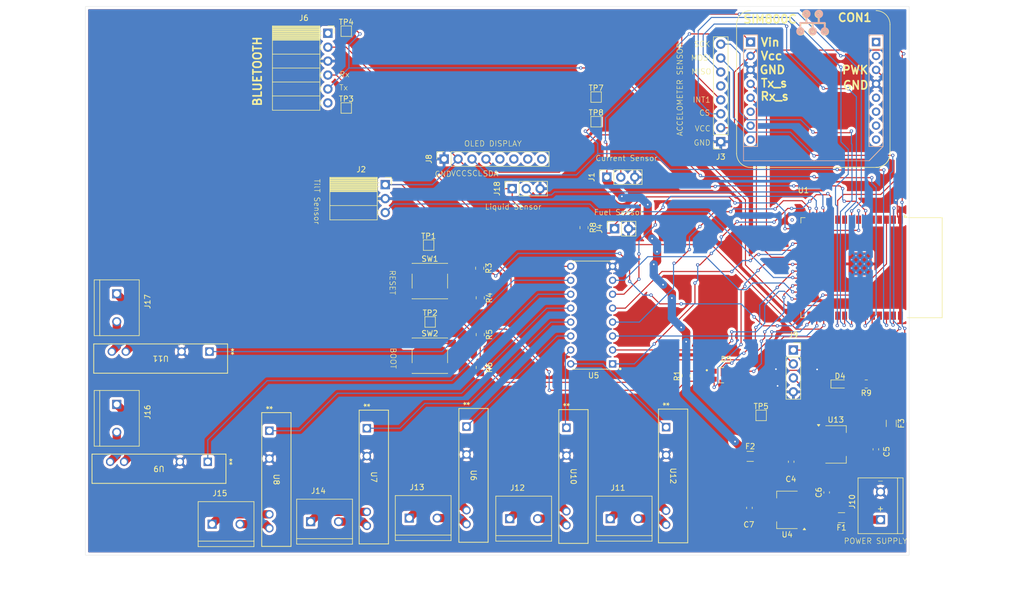
<source format=kicad_pcb>
(kicad_pcb (version 20240108) (generator "pcbnew") (generator_version "8.0")
  (layers (0 "F.Cu" signal) (31 "B.Cu" signal) (34 "B.Paste" user) (35 "F.Paste" user) (36 "B.SilkS" user "B.Silkscreen") (37 "F.SilkS" user "F.Silkscreen") (38 "B.Mask" user) (39 "F.Mask" user) (44 "Edge.Cuts" user))
  (net 0 "")
  (net 1 "Net-(U13-VI)")
  (net 2 "GND")
  (net 3 "Vcc")
  (net 4 "Net-(U4-VI)")
  (net 5 "/MCU_ESP32/Vin")
  (net 11 "/MCU_ESP32/Rx_s")
  (net 13 "/MCU_ESP32/PWK")
  (net 16 "/MCU_ESP32/Tx_s")
  (net 18 "Net-(D4-A)")
  (net 19 "/MCU_ESP32/R")
  (net 20 "/MCU_ESP32/B")
  (net 21 "Net-(D5-A)")
  (net 22 "/MCU_ESP32/G")
  (net 23 "/MCU_ESP32/Vbat")
  (net 24 "Net-(U1-VDD)")
  (net 25 "/MCU_ESP32/OUT")
  (net 26 "/MCU_ESP32/D0")
  (net 27 "/MCU_ESP32/CS")
  (net 28 "/MCU_ESP32/OUT_FS")
  (net 29 "/MCU_ESP32/Tx_BL")
  (net 30 "/MCU_ESP32/SCL")
  (net 31 "/MCU_ESP32/Tx")
  (net 32 "/MCU_ESP32/Rx")
  (net 33 "Net-(J11-Pin_2)")
  (net 34 "Net-(J11-Pin_1)")
  (net 35 "Net-(J12-Pin_2)")
  (net 36 "Net-(J12-Pin_1)")
  (net 37 "Net-(J13-Pin_2)")
  (net 38 "Net-(J13-Pin_1)")
  (net 39 "Net-(J14-Pin_2)")
  (net 40 "Net-(J14-Pin_1)")
  (net 41 "Net-(J15-Pin_1)")
  (net 42 "Net-(J15-Pin_2)")
  (net 43 "Net-(J16-Pin_1)")
  (net 44 "Net-(J16-Pin_2)")
  (net 45 "Net-(J17-Pin_2)")
  (net 46 "Net-(J17-Pin_1)")
  (net 47 "/MCU_ESP32/OUT_L")
  (net 48 "/MCU_ESP32/EN")
  (net 49 "Net-(R4-Pad2)")
  (net 50 "/MCU_ESP32/BOOT")
  (net 51 "Net-(R6-Pad2)")
  (net 52 "/MCU_ESP32/MISO")
  (net 53 "/MCU_ESP32/SDA")
  (net 54 "/MCU_ESP32/L5")
  (net 57 "/MCU_ESP32/L4")
  (net 58 "/MCU_ESP32/SCK")
  (net 59 "/MCU_ESP32/L3")
  (net 60 "/MCU_ESP32/L6")
  (net 61 "/MCU_ESP32/L2")
  (net 62 "/MCU_ESP32/L7")
  (net 63 "/MCU_ESP32/MOSI")
  (net 64 "/MCU_ESP32/Rx_BL")
  (net 65 "/MCU_ESP32/L1")
  (net 66 "/MCU_ESP32/INT1")
  (net 68 "/MCU_ESP32/O6")
  (net 69 "/MCU_ESP32/O1")
  (net 70 "/MCU_ESP32/O5")
  (net 71 "/MCU_ESP32/O3")
  (net 72 "/MCU_ESP32/O4")
  (net 73 "/MCU_ESP32/O2")
  (net 74 "/MCU_ESP32/O7")
  (net 82 "unconnected-(U1-IO33-Pad9)")
  (footprint "282837-2:TE_282837-2" (layer "F.Cu") (at 114.51 138.25)
    (property "Reference" "J13")
    (property "Value" "Conn_01x02_Pin")
  )
  (footprint "TestPoint:TestPoint_Pad_1.5x1.5mm" (layer "F.Cu") (at 115.5 88.5)
    (property "Reference" "TP1")
    (property "Value" "TestPoint")
  )
  (footprint "ULN2003:DIP762W46P254L1969H533Q16" (layer "F.Cu") (at 145.19 101.25 180)
    (property "Reference" "U5")
    (property "Value" "ULN2003A")
  )
  (footprint "Button_Switch_SMD:SW_Push_1P1T_NO_6x6mm_H9.5mm" (layer "F.Cu") (at 115.725 95.05)
    (property "Reference" "SW1")
    (property "Value" "SW_Push")
  )
  (footprint "KAA-3528RGBS-11:LED_AAA3528LSEKJ3ZGKQBKS" (layer "F.Cu") (at 168.7625 112.2)
    (property "Reference" "D5")
    (property "Value" "LED_ARGB")
  )
  (footprint "footprints:SIP-4_DMO" (layer "F.Cu") (at 140.6 121.77 -90)
    (property "Reference" "U10")
    (property "Value" "ASSR-1218")
  )
  (footprint "TestPoint:TestPoint_Pad_1.5x1.5mm" (layer "F.Cu") (at 100.5 49.5)
    (property "Reference" "TP4")
    (property "Value" "TestPoint")
  )
  (footprint "Connector_PinSocket_2.54mm:PinSocket_1x08_P2.54mm_Vertical" (layer "F.Cu") (at 118.32 72.8 90)
    (property "Reference" "J8")
    (property "Value" "Conn_01x08_Pin")
  )
  (footprint "Connector_PinSocket_2.54mm:PinSocket_1x02_P2.54mm_Vertical" (layer "F.Cu") (at 149.36 85.5 90)
    (property "Reference" "J4")
    (property "Value" "Conn_01x02_Pin")
  )
  (footprint "RF_Module:ESP32-WROOM-32" (layer "F.Cu") (at 193.17 92.6 -90)
    (property "Reference" "U1")
    (property "Value" "ESP32-WROOM-32")
  )
  (footprint "Package_TO_SOT_SMD:SOT-223-3_TabPin2" (layer "F.Cu") (at 189.65 124.825)
    (property "Reference" "U13")
    (property "Value" "AMS1117-3.3")
  )
  (footprint "Resistor_SMD:R_0805_2012Metric_Pad1.20x1.40mm_HandSolder" (layer "F.Cu") (at 162.4 112.3 90)
    (property "Reference" "R1")
    (property "Value" "470")
  )
  (footprint "Capacitor_SMD:C_0603_1608Metric_Pad1.08x0.95mm_HandSolder" (layer "F.Cu") (at 173.925 136.3875 -90)
    (property "Reference" "C7")
    (property "Value" "22uF")
  )
  (footprint "footprints:SIP-4_DMO" (layer "F.Cu") (at 75.28 127.98 180)
    (property "Reference" "U9")
    (property "Value" "ASSR-1218")
  )
  (footprint "Resistor_SMD:R_0805_2012Metric_Pad1.20x1.40mm_HandSolder" (layer "F.Cu") (at 124.9 110.8 -90)
    (property "Reference" "R6")
    (property "Value" "470")
  )
  (footprint "footprints:SIP-4_DMO" (layer "F.Cu") (at 122.4 121.57 -90)
    (property "Reference" "U6")
    (property "Value" "ASSR-1218")
  )
  (footprint "mikroBUS:MIKROBUS_HOST_CONN" (layer "F.Cu") (at 174.1275 51.4725)
    (property "Reference" "CON1" (hide yes))
    (property "Value" "MIKROBUS_HOST_CONN" (hide yes))
  )
  (footprint "Connector_PinSocket_2.54mm:PinSocket_1x03_P2.54mm_Vertical" (layer "F.Cu") (at 130.72 78.2 90)
    (property "Reference" "J18")
    (property "Value" "Conn_01x03_Pin")
  )
  (footprint "TestPoint:TestPoint_Pad_1.5x1.5mm" (layer "F.Cu") (at 100.5 63.5)
    (property "Reference" "TP3")
    (property "Value" "TestPoint")
  )
  (footprint "282837-2:TE_282837-2" (layer "F.Cu") (at 197.8 136 90)
    (property "Reference" "J10")
    (property "Value" "Conn_01x02_Pin")
  )
  (footprint "TestPoint:TestPoint_Pad_1.5x1.5mm" (layer "F.Cu") (at 176.05 119.53)
    (property "Reference" "TP5")
    (property "Value" "TestPoint")
  )
  (footprint "Connector_PinSocket_2.54mm:PinSocket_1x06_P2.54mm_Horizontal" (layer "F.Cu") (at 97.15 49.875)
    (property "Reference" "J6")
    (property "Value" "Conn_01x06_Pin")
  )
  (footprint "TestPoint:TestPoint_Pad_1.5x1.5mm" (layer "F.Cu") (at 115.77 102.5)
    (property "Reference" "TP2")
    (property "Value" "TestPoint")
  )
  (footprint "footprints:SIP-4_DMO" (layer "F.Cu") (at 75.59 107.9 180)
    (property "Reference" "U11")
    (property "Value" "ASSR-1218")
  )
  (footprint "Button_Switch_SMD:SW_Push_1P1T_NO_6x6mm_H9.5mm" (layer "F.Cu") (at 115.725 108.65)
    (property "Reference" "SW2")
    (property "Value" "SW_Push")
  )
  (footprint "282837-2:TE_282837-2" (layer "F.Cu") (at 96.55 138.9)
    (property "Reference" "J14")
    (property "Value" "Conn_01x02_Pin")
  )
  (footprint "Resistor_SMD:R_0805_2012Metric_Pad1.20x1.40mm_HandSolder" (layer "F.Cu") (at 143.8 85.3 -90)
    (property "Reference" "R8")
    (property "Value" "200")
  )
  (footprint "Resistor_SMD:R_0805_2012Metric_Pad1.20x1.40mm_HandSolder" (layer "F.Cu") (at 195.2 113.8 180)
    (property "Reference" "R9")
    (property "Value" "470")
  )
  (footprint "footprints:SIP-4_DMO" (layer "F.Cu") (at 104.25 121.87 -90)
    (property "Reference" "U7")
    (property "Value" "ASSR-1218")
  )
  (footprint "Capacitor_SMD:C_0603_1608Metric_Pad1.08x0.95mm_HandSolder" (layer "F.Cu") (at 181.525 127.975 -90)
    (property "Reference" "C4")
    (property "Value" "10uf")
  )
  (footprint "282837-2:TE_282837-2" (layer "F.Cu") (at 58.7 120.06 -90)
    (property "Reference" "J16")
    (property "Value" "Conn_01x02_Pin")
  )
  (footprint "282837-2:TE_282837-2" (layer "F.Cu") (at 78.61 139.35)
    (property "Reference" "J15")
    (property "Value" "Conn_01x02_Pin")
  )
  (footprint "Fuse:Fuse_1206_3216Metric_Pad1.42x1.75mm_HandSolder" (layer "F.Cu") (at 190.6875 138.175 180)
    (property "Reference" "F1")
    (property "Value" "Fuse")
  )
  (footprint "Package_TO_SOT_SMD:SOT-223-3_TabPin2" (layer "F.Cu") (at 180.8 136.75 180)
    (property "Reference" "U4")
    (property "Value" "AMS1117-5.0")
  )
  (footprint "282837-2:TE_282837-2" (layer "F.Cu") (at 132.81 138.35)
    (property "Reference" "J12")
    (property "Value" "Conn_01x02_Pin")
  )
  (footprint "Resistor_SMD:R_0805_2012Metric_Pad1.20x1.40mm_HandSolder" (layer "F.Cu") (at 124.8 92.7 -90)
    (property "Reference" "R3")
    (property "Value" "12K")
  )
  (footprint "Connector_PinSocket_2.54mm:PinSocket_1x08_P2.54mm_Vertical" (layer "F.Cu") (at 168.7 69.64 180)
    (property "Reference" "J3")
    (property "Value" "Conn_01x08_Pin")
  )
  (footprint "Connector_PinSocket_2.54mm:PinSocket_1x04_P2.54mm_Vertical" (layer "F.Cu") (at 181.925 107.62)
    (property "Reference" "J9")
    (property "Value" "Conn_01x04_Pin")
  )
  (footprint "282837-2:TE_282837-2" (layer "F.Cu") (at 151.11 138.35)
    (property "Reference" "J11")
    (property "Value" "Conn_01x02_Pin")
  )
  (footprint "footprints:SIP-4_DMO" (layer "F.Cu") (at 158.75 121.67 -90)
    (property "Reference" "U12")
    (property "Value" "ASSR-1218")
  )
  (footprint "Fuse:Fuse_1206_3216Metric_Pad1.42x1.75mm_HandSolder" (layer "F.Cu") (at 199.75 120.9875 -90)
    (property "Reference" "F3")
    (property "Value" "Fuse")
  )
  (footprint "TestPoint:TestPoint_Pad_1.5x1.5mm" (layer "F.Cu") (at 146 66)
    (property "Reference" "TP8")
    (property "Value" "TestPoint")
  )
  (footprint "TestPoint:TestPoint_Pad_1.5x1.5mm" (layer "F.Cu") (at 146 61.5)
    (property "Reference" "TP7")
    (property "Value" "TestPoint")
  )
  (footprint "Connector_PinSocket_2.54mm:PinSocket_1x03_P2.54mm_Horizontal" (layer "F.Cu") (at 107.6 77.475)
    (property "Reference" "J2")
    (property "Value" "Conn_01x03_Pin")
  )
  (footprint "Fuse:Fuse_1206_3216Metric_Pad1.42x1.75mm_HandSolder" (layer "F.Cu") (at 174.0625 127)
    (property "Reference" "F2")
    (property "Value" "Fuse")
  )
  (footprint "Resistor_SMD:R_0805_2012Metric_Pad1.20x1.40mm_HandSolder" (layer "F.Cu") (at 124.9 98.1 -90)
    (property "Reference" "R4")
    (property "Value" "470")
  )
  (footprint "Connector_PinSocket_2.54mm:PinSocket_1x03_P2.54mm_Vertical" (layer "F.Cu") (at 147.96 76.1 90)
    (property "Reference" "J1")
    (property "Value" "Conn_01x03_Pin")
  )
  (footprint "282837-2:TE_282837-2" (layer "F.Cu") (at 58.7 99.91 -90)
    (property "Reference" "J17")
    (property "Value" "Conn_01x02_Pin")
  )
  (footprint "Capacitor_SMD:C_0603_1608Metric_Pad1.08x0.95mm_HandSolder" (layer "F.Cu") (at 187.9875 133.575 90)
    (property "Reference" "C6")
    (property "Value" "10uF")
  )
  (footprint "footprints:SIP-4_DMO" (layer "F.Cu") (at 86.5 122.32 -90)
    (property "Reference" "U8")
    (property "Value" "ASSR-1218")
  )
  (footprint "Resistor_SMD:R_0805_2012Metric_Pad1.20x1.40mm_HandSolder" (layer "F.Cu") (at 124.9 104.8 -90)
    (property "Reference" "R5")
    (property "Value" "12K")
  )
  (footprint "Capacitor_SMD:C_0603_1608Metric_Pad1.08x0.95mm_HandSolder" (layer "F.Cu") (at 196.95 125.7125 -90)
    (property "Reference" "C5")
    (property "Value" "22uf")
  )
  (footprint "LED_SMD:LED_0603_1608Metric_Pad1.05x0.95mm_HandSolder" (layer "F.Cu") (at 190.425 113.8)
    (property "Reference" "D4")
    (property "Value" "Power LED")
  )
  (gr_rect (start 53 45) (end 203 145) (stroke (width 0.05)) (fill none) (layer "Edge.Cuts"))
  (gr_text "Rx" (at 99.222041 57.970821 0) (layer "F.SilkS") (effects (font (size 1 1) (thickness 0.1)) (justify left bottom)))
  (gr_text "GND" (at 163.72 70.42 0) (layer "F.SilkS") (effects (font (size 1 1) (thickness 0.1)) (justify left bottom)))
  (gr_text "SDA" (at 125.31 76.05 0) (layer "F.SilkS") (effects (font (size 1 1) (thickness 0.1)) (justify left bottom)))
  (gr_text "Vin" (at 175.825 52.4 0) (layer "F.SilkS") (effects (font (size 1.5 1.5) (thickness 0.3) (bold yes)) (justify left bottom)))
  (gr_text "VCC" (at 119.52 76.01 0) (layer "F.SilkS") (effects (font (size 1 1) (thickness 0.1)) (justify left bottom)))
  (gr_text "CON1\n" (at 189.875 47.9 0) (layer "F.SilkS") (effects (font (size 1.5 1.5) (thickness 0.3) (bold yes)) (justify left bottom)))
  (gr_text "BOOT\n" (at 108.46 107.12 -90) (layer "F.SilkS") (effects (font (size 1 1) (thickness 0.1)) (justify left bottom)))
  (gr_text "POWER SUPPLY" (at 191.07 143.01 0) (layer "F.SilkS") (effects (font (size 1 1) (thickness 0.1)) (justify left bottom)))
  (gr_text "GND" (at 116.56 76.13 0) (layer "F.SilkS") (effects (font (size 1 1) (thickness 0.1)) (justify left bottom)))
  (gr_text "-" (at 197.1 132.02 0) (layer "F.SilkS") (effects (font (size 1 1) (thickness 0.1)) (justify left bottom)))
  (gr_text "SIM800C" (at 172.65 48.19 0) (layer "F.SilkS") (effects (font (size 1.5 1.5) (thickness 0.3) (bold yes)) (justify left bottom)))
  (gr_text "MOSI" (at 163.21 54.95 0) (layer "F.SilkS") (effects (font (size 1 1) (thickness 0.1)) (justify left bottom)))
  (gr_text "Rx_s" (at 175.775 62.25 0) (layer "F.SilkS") (effects (font (size 1.5 1.5) (thickness 0.3) (bold yes)) (justify left bottom)))
  (gr_text "Vcc" (at 175.825 54.875 0) (layer "F.SilkS") (effects (font (size 1.5 1.5) (thickness 0.3) (bold yes)) (justify left bottom)))
  (gr_text "TilT Sensor\n" (at 94.58 76.34 -90) (layer "F.SilkS") (effects (font (size 1 1) (thickness 0.1)) (justify left bottom)))
  (gr_text "GND\n" (at 175.625 57.425 0) (layer "F.SilkS") (effects (font (size 1.5 1.5) (thickness 0.3) (bold yes)) (justify left bottom)))
  (gr_text "Tx" (at 99.16 60.37 0) (layer "F.SilkS") (effects (font (size 1 1) (thickness 0.1)) (justify left bottom)))
  (gr_text "Current Sensor" (at 145.84 73.24 0) (layer "F.SilkS") (effects (font (size 1 1) (thickness 0.1)) (justify left bottom)))
  (gr_text "SCK" (at 163.77 52.45 0) (layer "F.SilkS") (effects (font (size 1 1) (thickness 0.1)) (justify left bottom)))
  (gr_text "VCC" (at 163.91 67.83 0) (layer "F.SilkS") (effects (font (size 1 1) (thickness 0.1)) (justify left bottom)))
  (gr_text "SCL" (at 122.42 75.99 0) (layer "F.SilkS") (effects (font (size 1 1) (thickness 0.1)) (justify left bottom)))
  (gr_text "CS" (at 164.72 64.97 0) (layer "F.SilkS") (effects (font (size 1 1) (thickness 0.1)) (justify left bottom)))
  (gr_text "OLED DISPLAY" (at 121.91 70.58 0) (layer "F.SilkS") (effects (font (size 1 1) (thickness 0.1)) (justify left bottom)))
  (gr_text "Tx_s" (at 175.85 59.85 0) (layer "F.SilkS") (effects (font (size 1.5 1.5) (thickness 0.3) (bold yes)) (justify left bottom)))
  (gr_text "BLUETOOTH" (at 85.2 63.34 90) (layer "F.SilkS") (effects (font (size 1.5 1.5) (thickness 0.3) (bold yes)) (justify left bottom)))
  (gr_text "INT1" (at 163.53 62.59 0) (layer "F.SilkS") (effects (font (size 1 1) (thickness 0.1)) (justify left bottom)))
  (gr_text "PWK" (at 190.625 57.45 0) (layer "F.SilkS") (effects (font (size 1.5 1.5) (thickness 0.3) (bold yes)) (justify left bottom)))
  (gr_text "GND" (at 190.8 60.225 0) (layer "F.SilkS") (effects (font (size 1.5 1.5) (thickness 0.3) (bold yes)) (justify left bottom)))
  (gr_text "ACCELOMETER SENSOR" (at 161.85 68.69 90) (layer "F.SilkS") (effects (font (size 1 1) (thickness 0.1)) (justify left bottom)))
  (gr_text "RESET" (at 108.32 92.99 -90) (layer "F.SilkS") (effects (font (size 1 1) (thickness 0.1)) (justify left bottom)))
  (gr_text "Liquid Sensor\n" (at 125.7 82.1 0) (layer "F.SilkS") (effects (font (size 1 1) (thickness 0.1)) (justify left bottom)))
  (gr_text "MISO" (at 163.29 57.46 0) (layer "F.SilkS") (effects (font (size 1 1) (thickness 0.1)) (justify left bottom)))
  (gr_text "Fuel Sensor\n" (at 145.55 83.11 0) (layer "F.SilkS") (effects (font (size 1 1) (thickness 0.1)) (justify left bottom)))
  (gr_text "+" (at 197.06 137.08 0) (layer "F.SilkS") (effects (font (size 1 1)) (justify left bottom)))
  (via (at 181.7 83.9) (size 0.6) (drill 0.3) (layers "F.Cu" "B.Cu") (net 0))
  (segment (start 181.525 127.1125) (end 186.4875 127.1125) (width 1.5) (layer "F.Cu") (net 1))
  (segment (start 175.55 127) (end 181.4125 127) (width 1.5) (layer "F.Cu") (net 1))
  (segment (start 181.4125 127) (end 181.525 127.1125) (width 1.5) (layer "F.Cu") (net 1))
  (segment (start 186.4875 127.1125) (end 186.5 127.125) (width 1.5) (layer "F.Cu") (net 1))
  (segment (start 186.25 111.15) (end 186.09 111.31) (width 0.2) (layer "F.Cu") (net 2))
  (segment (start 200.9 82.8) (end 200.9 83.33) (width 0.2) (layer "F.Cu") (net 2))
  (segment (start 200.85 80.55) (end 200.85 82.75) (width 0.2) (layer "F.Cu") (net 2))
  (segment (start 200.85 82.75) (end 200.9 82.8) (width 0.2) (layer "F.Cu") (net 2))
  (segment (start 186.09 111.31) (end 178.96 111.31) (width 0.2) (layer "F.Cu") (net 2))
  (segment (start 178.96 111.31) (end 178.75 111.1) (width 0.2) (layer "F.Cu") (net 2))
  (segment (start 180.14 115.24) (end 179.05 114.15) (width 0.2) (layer "F.Cu") (net 2))
  (segment (start 200.6 80.3) (end 200.85 80.55) (width 0.2) (layer "F.Cu") (net 2))
  (segment (start 181.925 115.24) (end 180.14 115.24) (width 0.2) (layer "F.Cu") (net 2))
  (segment (start 200.9 83.33) (end 201.42 83.85) (width 0.2) (layer "F.Cu") (net 2))
  (via (at 178.75 111.1) (size 0.6) (drill 0.3) (layers "F.Cu" "B.Cu") (net 2))
  (via (at 200.6 80.3) (size 0.6) (drill 0.3) (layers "F.Cu" "B.Cu") (net 2))
  (via (at 186.25 111.15) (size 0.6) (drill 0.3) (layers "F.Cu" "B.Cu") (net 2))
  (via (at 179.05 114.15) (size 0.6) (drill 0.3) (layers "F.Cu" "B.Cu") (net 2))
  (segment (start 137.45 111.6) (end 129.65 103.8) (width 0.2) (layer "F.Cu") (net 3))
  (segment (start 162.4 113.3) (end 162.35 113.3) (width 0.2) (layer "F.Cu") (net 3))
  (segment (start 201.7 80.7) (end 201.75 80.65) (width 0.2) (layer "F.Cu") (net 3))
  (segment (start 124.8 91.7) (end 127.8 91.7) (width 0.2) (layer "F.Cu") (net 3))
  (segment (start 192.825 124.85) (end 192.8 124.825) (width 0.2) (layer "F.Cu") (net 3))
  (segment (start 170.4 67.1) (end 168.7 67.1) (width 0.2) (layer "F.Cu") (net 3))
  (segment (start 176.05 119.53) (end 176.05 124.825) (width 0.2) (layer "F.Cu") (net 3))
  (segment (start 130.72 78.2) (end 130.72 80.32) (width 0.2) (layer "F.Cu") (net 3))
  (segment (start 127.8 91.7) (end 129.825 93.725) (width 0.2) (layer "F.Cu") (net 3))
  (segment (start 131.19 92.36) (end 129.825 93.725) (width 0.2) (layer "F.Cu") (net 3))
  (segment (start 141.38 92.36) (end 131.19 92.36) (width 0.2) (layer "F.Cu") (net 3))
  (segment (start 196.95 124.85) (end 196.95 114.55) (width 0.2) (layer "F.Cu") (net 3))
  (segment (start 196.95 114.55) (end 196.2 113.8) (width 0.2) (layer "F.Cu") (net 3))
  (segment (start 196.95 124.85) (end 192.825 124.85) (width 0.2) (layer "F.Cu") (net 3))
  (segment (start 129.825 93.725) (end 130.5 94.4) (width 0.2) (layer "F.Cu") (net 3))
  (segment (start 130.5 94.4) (end 130.5 99.1) (width 0.2) (layer "F.Cu") (net 3))
  (segment (start 202.2 120.025) (end 202.2 103.675) (width 0.2) (layer "F.Cu") (net 3))
  (segment (start 126.26 78.2) (end 120.86 72.8) (width 0.2) (layer "F.Cu") (net 3))
  (segment (start 120.86 72.8) (end 100.475 52.415) (width 0.2) (layer "F.Cu") (net 3))
  (segment (start 125.8 103.8) (end 124.9 103.8) (width 0.2) (layer "F.Cu") (net 3))
  (segment (start 129.65 103.8) (end 124.9 103.8) (width 0.2) (layer "F.Cu") (net 3))
  (segment (start 199.75 122.475) (end 202.2 120.025) (width 0.2) (layer "F.Cu") (net 3))
  (segment (start 130.72 80.32) (end 134.7 84.3) (width 0.2) (layer "F.Cu") (net 3))
  (segment (start 197.375 124.85) (end 196.95 124.85) (width 0.2) (layer "F.Cu") (net 3))
  (segment (start 171.2 56.94) (end 171.2 66.3) (width 0.2) (layer "F.Cu") (net 3))
  (segment (start 201.3505 52.9505) (end 175.1895 52.9505) (width 0.2) (layer "F.Cu") (net 3))
  (segment (start 134.7 84.3) (end 143.8 84.3) (width 0.2) (layer "F.Cu") (net 3))
  (segment (start 174.1275 54.0125) (end 171.2 56.94) (width 0.2) (layer "F.Cu") (net 3))
  (segment (start 130.72 78.2) (end 126.26 78.2) (width 0.2) (layer "F.Cu") (net 3))
  (segment (start 110.575 77.475) (end 124.8 91.7) (width 0.2) (layer "F.Cu") (net 3))
  (segment (start 175.1895 52.9505) (end 174.1275 54.0125) (width 0.2) (layer "F.Cu") (net 3))
  (segment (start 164.3 113.3) (end 162.4 113.3) (width 0.2) (layer "F.Cu") (net 3))
  (segment (start 162.35 113.3) (end 160.7 114.95) (width 0.2) (layer "F.Cu") (net 3))
  (segment (start 160.7 114.95) (end 137.5 114.95) (width 0.2) (layer "F.Cu") (net 3))
  (segment (start 175.825 124.825) (end 164.3 113.3) (width 0.2) (layer "F.Cu") (net 3))
  (segment (start 185.2 115.975) (end 185.2 123.525) (width 0.2) (layer "F.Cu") (net 3))
  (segment (start 100.475 52.415) (end 97.15 52.415) (width 0.2) (layer "F.Cu") (net 3))
  (segment (start 185.2 123.525) (end 186.5 124.825) (width 0.2) (layer "F.Cu") (net 3))
  (segment (start 202.025 53.625) (end 201.3505 52.9505) (width 0.2) (layer "F.Cu") (net 3))
  (segment (start 176.05 124.825) (end 175.825 124.825) (width 0.2) (layer "F.Cu") (net 3))
  (segment (start 201.75 80.65) (end 201.75 53.9) (width 0.2) (layer "F.Cu") (net 3))
  (segment (start 186.5 124.825) (end 176.05 124.825) (width 0.2) (layer "F.Cu") (net 3))
  (segment (start 171.2 66.3) (end 170.4 67.1) (width 0.2) (layer "F.Cu") (net 3))
  (segment (start 199.75 122.475) (end 197.375 124.85) (width 0.2) (layer "F.Cu") (net 3))
  (segment (start 130.5 99.1) (end 125.8 103.8) (width 0.2) (layer "F.Cu") (net 3))
  (segment (start 201.75 53.9) (end 202.025 53.625) (width 0.2) (layer "F.Cu") (net 3))
  (segment (start 107.6 77.475) (end 110.575 77.475) (width 0.2) (layer "F.Cu") (net 3))
  (segment (start 186.5 124.825) (end 192.8 124.825) (width 1.5) (layer "F.Cu") (net 3))
  (segment (start 181.925 112.7) (end 185.2 115.975) (width 0.2) (layer "F.Cu") (net 3))
  (via (at 202.2 103.675) (size 0.6) (drill 0.3) (layers "F.Cu" "B.Cu") (net 3))
  (via (at 201.7 80.7) (size 0.6) (drill 0.3) (layers "F.Cu" "B.Cu") (net 3))
  (via (at 137.5 114.95) (size 0.6) (drill 0.3) (layers "F.Cu" "B.Cu") (net 3))
  (via (at 202.025 53.625) (size 0.6) (drill 0.3) (layers "F.Cu" "B.Cu") (net 3))
  (via (at 137.45 111.6) (size 0.6) (drill 0.3) (layers "F.Cu" "B.Cu") (net 3))
  (segment (start 201.75 103.225) (end 202.2 103.675) (width 0.2) (layer "B.Cu") (net 3))
  (segment (start 201.75 80.75) (end 201.75 103.225) (width 0.2) (layer "B.Cu") (net 3))
  (segment (start 120.86 72.8) (end 116.185 77.475) (width 0.2) (layer "B.Cu") (net 3))
  (segment (start 137.5 114.95) (end 137.45 114.9) (width 0.2) (layer "B.Cu") (net 3))
  (segment (start 116.185 77.475) (end 107.6 77.475) (width 0.2) (layer "B.Cu") (net 3))
  (segment (start 137.45 114.9) (end 137.45 111.6) (width 0.2) (layer "B.Cu") (net 3))
  (segment (start 201.7 80.7) (end 201.75 80.75) (width 0.2) (layer "B.Cu") (net 3))
  (segment (start 187.9875 134.4375) (end 183.9625 134.4375) (width 1.5) (layer "F.Cu") (net 4))
  (segment (start 189.2 135.65) (end 187.9875 134.4375) (width 1.5) (layer "F.Cu") (net 4))
  (segment (start 183.9625 134.4375) (end 183.95 134.45) (width 1.5) (layer "F.Cu") (net 4))
  (segment (start 189.2 138.175) (end 189.2 135.65) (width 1.5) (layer "F.Cu") (net 4))
  (segment (start 147.96 76.86) (end 147.96 76.1) (width 1.5) (layer "F.Cu") (net 5))
  (segment (start 173.925 128.35) (end 172.575 127) (width 1.5) (layer "F.Cu") (net 5))
  (segment (start 157.1 91.4) (end 156.5 92) (width 1.5) (layer "F.Cu") (net 5))
  (segment (start 155.4 86.5) (end 155.4 81.1) (width 1.5) (layer "F.Cu") (net 5))
  (segment (start 156.2 87.3) (end 155.4 86.5) (width 1.5) (layer "F.Cu") (net 5))
  (segment (start 176.425 135.525) (end 173.925 135.525) (width 1.5) (layer "F.Cu") (net 5))
  (segment (start 158.2 95.7) (end 159.8 97.3) (width 1.5) (layer "F.Cu") (net 5))
  (segment (start 162.4 106.1) (end 162.4 104.4) (width 1.5) (layer "F.Cu") (net 5))
  (segment (start 147.96 69.96) (end 147.96 76.1) (width 0.2) (layer "F.Cu") (net 5))
  (segment (start 173.925 135.525) (end 173.925 128.35) (width 1.5) (layer "F.Cu") (net 5))
  (segment (start 177.65 136.75) (end 176.425 135.525) (width 1.5) (layer "F.Cu") (net 5))
  (segment (start 157.1 89.7) (end 157.1 91.4) (width 1.5) (layer "F.Cu") (net 5))
  (segment (start 172.655 50) (end 163 50) (width 0.2) (layer "F.Cu") (net 5))
  (segment (start 150.7 79.6) (end 147.96 76.86) (width 1.5) (layer "F.Cu") (net 5))
  (segment (start 172.575 125.575) (end 171.3 124.3) (width 1.5) (layer "F.Cu") (net 5))
  (segment (start 174.1275 51.4725) (end 172.655 50) (width 0.2) (layer "F.Cu") (net 5))
  (segment (start 159.8 97.3) (end 159.8 98.15) (width 1.5) (layer "F.Cu") (net 5))
  (segment (start 162.4 104.4) (end 161.5 103.5) (width 1.5) (layer "F.Cu") (net 5))
  (segment (start 183.95 136.75) (end 177.65 136.75) (width 1.5) (layer "F.Cu") (net 5))
  (segment (start 147.7 69.7) (end 147.96 69.96) (width 0.2) (layer "F.Cu") (net 5))
  (segment (start 172.575 127) (end 172.575 125.575) (width 1.5) (layer "F.Cu") (net 5))
  (via (at 147.7 69.7) (size 0.6) (drill 0.3) (layers "F.Cu" "B.Cu") (net 5))
  (via (at 171.3 124.3) (size 0.6) (drill 0.3) (layers "F.Cu" "B.Cu") (net 5))
  (via (at 155.4 81.1) (size 0.6) (drill 0.3) (layers "F.Cu" "B.Cu") (net 5))
  (via (at 157.1 89.7) (size 0.6) (drill 0.3) (layers "F.Cu" "B.Cu") (net 5))
  (via (at 156.2 87.3) (size 0.6) (drill 0.3) (layers "F.Cu" "B.Cu") (net 5))
  (via (at 161.5 103.5) (size 0.6) (drill 0.3) (layers "F.Cu" "B.Cu") (net 5))
  (via (at 158.2 95.7) (size 0.6) (drill 0.3) (layers "F.Cu" "B.Cu") (net 5))
  (via (at 159.8 98.15) (size 0.6) (drill 0.3) (layers "F.Cu" "B.Cu") (net 5))
  (via (at 163 50) (size 0.6) (drill 0.3) (layers "F.Cu" "B.Cu") (net 5))
  (via (at 156.5 92) (size 0.6) (drill 0.3) (layers "F.Cu" "B.Cu") (net 5))
  (via (at 150.7 79.6) (size 0.6) (drill 0.3) (layers "F.Cu" "B.Cu") (net 5))
  (via (at 162.4 106.1) (size 0.6) (drill 0.3) (layers "F.Cu" "B.Cu") (net 5))
  (segment (start 162.4 115.4) (end 162.4 106.11) (width 1.5) (layer "B.Cu") (net 5))
  (segment (start 156.5 92) (end 156.5 94) (width 1.5) (layer "B.Cu") (net 5))
  (segment (start 156.2 87.3) (end 157.1 88.2) (width 1.5) (layer "B.Cu") (net 5))
  (segment (start 147.7 69.7) (end 147.7 65.3) (width 0.2) (layer "B.Cu") (net 5))
  (segment (start 156.5 94) (end 158.2 95.7) (width 1.5) (layer "B.Cu") (net 5))
  (segment (start 147.7 65.3) (end 163 50) (width 0.2) (layer "B.Cu") (net 5))
  (segment (start 155.4 81.1) (end 154.15 79.85) (width 1.5) (layer "B.Cu") (net 5))
  (segment (start 157.1 88.2) (end 157.1 89.55) (width 1.5) (layer "B.Cu") (net 5))
  (segment (start 154.15 79.85) (end 150.7 79.85) (width 1.5) (layer "B.Cu") (net 5))
  (segment (start 171.3 124.3) (end 162.4 115.4) (width 1.5) (layer "B.Cu") (net 5))
  (segment (start 159.8 98.15) (end 159.8 101.8) (width 1.5) (layer "B.Cu") (net 5))
  (segment (start 159.8 101.8) (end 161.5 103.5) (width 1.5) (layer "B.Cu") (net 5))
  (segment (start 179.23 89.43) (end 183.66 89.43) (width 0.2) (layer "F.Cu") (net 11))
  (segment (start 177.025 61.99) (end 177.025 87.225) (width 0.2) (layer "F.Cu") (net 11))
  (segment (start 174.1275 59.0925) (end 177.025 61.99) (width 0.2) (layer "F.Cu") (net 11))
  (segment (start 177.025 87.225) (end 179.23 89.43) (width 0.2) (layer "F.Cu") (net 11))
  (segment (start 189.99 80.36) (end 189.99 83.85) (width 0.2) (layer "F.Cu") (net 13))
  (segment (start 197.85 79.25) (end 191.075 79.25) (width 0.2) (layer "F.Cu") (net 13))
  (segment (start 200.95 76.15) (end 197.85 79.25) (width 0.2) (layer "F.Cu") (net 13))
  (segment (start 196.9875 56.5525) (end 200.95 60.515) (width 0.2) (layer "F.Cu") (net 13))
  (segment (start 200.95 60.515) (end 200.95 76.15) (width 0.2) (layer "F.Cu") (net 13))
  (segment (start 191.075 79.25) (end 191.075 79.275) (width 0.2) (layer "F.Cu") (net 13))
  (segment (start 191.075 79.275) (end 189.99 80.36) (width 0.2) (layer "F.Cu") (net 13))
  (segment (start 174.1275 61.6325) (end 175.1895 62.6945) (width 0.2) (layer "F.Cu") (net 16))
  (segment (start 175.1895 62.6945) (end 175.1895 87.9895) (width 0.2) (layer "F.Cu") (net 16))
  (segment (start 177.9 90.7) (end 183.66 90.7) (width 0.2) (layer "F.Cu") (net 16))
  (segment (start 175.1895 87.9895) (end 177.9 90.7) (width 0.2) (layer "F.Cu") (net 16))
  (segment (start 194.2 113.8) (end 191.3 113.8) (width 0.2) (layer "F.Cu") (net 18))
  (segment (start 174.7 111.5) (end 174.675 111.475) (width 0.2) (layer "F.Cu") (net 19))
  (segment (start 180.2 97.5) (end 180.2 98) (width 0.2) (layer "F.Cu") (net 19))
  (segment (start 176.7 105.4) (end 176.1 106) (width 0.2) (layer "F.Cu") (net 19))
  (segment (start 181.8 95.9) (end 180.2 97.5) (width 0.2) (layer "F.Cu") (net 19))
  (segment (start 176.7 104.3) (end 176.7 105.4) (width 0.2) (layer "F.Cu") (net 19))
  (segment (start 181.92 95.78) (end 181.8 95.9) (width 0.2) (layer "F.Cu") (net 19))
  (segment (start 174.675 111.475) (end 170.1625 111.475) (width 0.2) (layer "F.Cu") (net 19))
  (segment (start 183.66 95.78) (end 181.92 95.78) (width 0.2) (layer "F.Cu") (net 19))
  (via (at 174.7 111.5) (size 0.6) (drill 0.3) (layers "F.Cu" "B.Cu") (net 19))
  (via (at 181.8 95.9) (size 0.6) (drill 0.3) (layers "F.Cu" "B.Cu") (net 19))
  (via (at 180.2 98) (size 0.6) (drill 0.3) (layers "F.Cu" "B.Cu") (net 19))
  (via (at 176.7 104.3) (size 0.6) (drill 0.3) (layers "F.Cu" "B.Cu") (net 19))
  (via (at 176.1 106) (size 0.6) (drill 0.3) (layers "F.Cu" "B.Cu") (net 19))
  (segment (start 180.2 100.8) (end 176.7 104.3) (width 0.2) (layer "B.Cu") (net 19))
  (segment (start 176.1 110.1) (end 176.1 106) (width 0.2) (layer "B.Cu") (net 19))
  (segment (start 174.7 111.5) (end 176.1 110.1) (width 0.2) (layer "B.Cu") (net 19))
  (segment (start 180.2 98) (end 180.2 100.8) (width 0.2) (layer "B.Cu") (net 19))
  (segment (start 181.83 91.97) (end 181.8 92) (width 0.2) (layer "F.Cu") (net 20))
  (segment (start 167.2 113.0875) (end 167.3625 112.925) (width 0.2) (layer "F.Cu") (net 20))
  (segment (start 183.66 91.97) (end 181.83 91.97) (width 0.2) (layer "F.Cu") (net 20))
  (segment (start 176.6 92) (end 175.5 93.1) (width 0.2) (layer "F.Cu") (net 20))
  (segment (start 173.1 96) (end 172.4 96.7) (width 0.2) (layer "F.Cu") (net 20))
  (segment (start 172.4 96.7) (end 172.4 106.6) (width 0.2) (layer "F.Cu") (net 20))
  (segment (start 181.8 92) (end 176.6 92) (width 0.2) (layer "F.Cu") (net 20))
  (segment (start 167.5 114.4) (end 167.5 113.0625) (width 0.2) (layer "F.Cu") (net 20))
  (segment (start 167.5 113.0625) (end 167.3625 112.925) (width 0.2) (layer "F.Cu") (net 20))
  (via (at 173.1 96) (size 0.6) (drill 0.3) (layers "F.Cu" "B.Cu") (net 20))
  (via (at 181.8 92) (size 0.6) (drill 0.3) (layers "F.Cu" "B.Cu") (net 20))
  (via (at 175.5 93.1) (size 0.6) (drill 0.3) (layers "F.Cu" "B.Cu") (net 20))
  (via (at 167.5 114.4) (size 0.6) (drill 0.3) (layers "F.Cu" "B.Cu") (net 20))
  (via (at 172.4 106.6) (size 0.6) (drill 0.3) (layers "F.Cu" "B.Cu") (net 20))
  (segment (start 175.5 93.1) (end 173.1 95.5) (width 0.2) (layer "B.Cu") (net 20))
  (segment (start 168.175 110.825) (end 168.175 113.725) (width 0.2) (layer "B.Cu") (net 20))
  (segment (start 173.1 95.5) (end 173.1 96) (width 0.2) (layer "B.Cu") (net 20))
  (segment (start 168.175 113.725) (end 167.5 114.4) (width 0.2) (layer "B.Cu") (net 20))
  (segment (start 168.25 110.75) (end 168.175 110.825) (width 0.2) (layer "B.Cu") (net 20))
  (segment (start 172.4 106.6) (end 168.25 110.75) (width 0.2) (layer "B.Cu") (net 20))
  (segment (start 162.575 111.475) (end 162.4 111.3) (width 0.2) (layer "F.Cu") (net 21))
  (segment (start 167.3625 111.475) (end 162.575 111.475) (width 0.2) (layer "F.Cu") (net 21))
  (segment (start 168.8 110.8) (end 168.8 112.3) (width 0.2) (layer "F.Cu") (net 22))
  (segment (start 183.66 93.24) (end 181.86 93.24) (width 0.2) (layer "F.Cu") (net 22))
  (segment (start 175.1 103.5) (end 175 103.6) (width 0.2) (layer "F.Cu") (net 22))
  (segment (start 181.86 93.24) (end 181.8 93.3) (width 0.2) (layer "F.Cu") (net 22))
  (segment (start 169.425 112.925) (end 170.1625 112.925) (width 0.2) (layer "F.Cu") (net 22))
  (segment (start 175 103.6) (end 175 106.1) (width 0.2) (layer "F.Cu") (net 22))
  (segment (start 169.6 110) (end 168.8 110.8) (width 0.2) (layer "F.Cu") (net 22))
  (segment (start 170.7 110) (end 169.6 110) (width 0.2) (layer "F.Cu") (net 22))
  (segment (start 168.8 112.3) (end 169.425 112.925) (width 0.2) (layer "F.Cu") (net 22))
  (segment (start 181.8 93.3) (end 181.8 93.4) (width 0.2) (layer "F.Cu") (net 22))
  (segment (start 181.8 93.4) (end 179 96.2) (width 0.2) (layer "F.Cu") (net 22))
  (segment (start 175 106.1) (end 172.9 108.2) (width 0.2) (layer "F.Cu") (net 22))
  (via (at 175.1 103.5) (size 0.6) (drill 0.3) (layers "F.Cu" "B.Cu") (net 22))
  (via (at 172.9 108.2) (size 0.6) (drill 0.3) (layers "F.Cu" "B.Cu") (net 22))
  (via (at 179 96.2) (size 0.6) (drill 0.3) (layers "F.Cu" "B.Cu") (net 22))
  (via (at 181.8 93.3) (size 0.6) (drill 0.3) (layers "F.Cu" "B.Cu") (net 22))
  (via (at 170.7 110) (size 0.6) (drill 0.3) (layers "F.Cu" "B.Cu") (net 22))
  (segment (start 175.8 102.8) (end 175.1 103.5) (width 0.2) (layer "B.Cu") (net 22))
  (segment (start 175.8 99.4) (end 175.8 102.8) (width 0.2) (layer "B.Cu") (net 22))
  (segment (start 172.5 108.2) (end 170.7 110) (width 0.2) (layer "B.Cu") (net 22))
  (segment (start 179 96.2) (end 175.8 99.4) (width 0.2) (layer "B.Cu") (net 22))
  (segment (start 172.9 108.2) (end 172.5 108.2) (width 0.2) (layer "B.Cu") (net 22))
  (segment (start 192.54 138.54) (end 192.175 138.175) (width 1.5) (layer "F.Cu") (net 23))
  (segment (start 197.8 138.54) (end 192.54 138.54) (width 1.5) (layer "F.Cu") (net 23))
  (segment (start 200.15 81.85) (end 200.15 83.85) (width 0.2) (layer "F.Cu") (net 24))
  (segment (start 200.25 81.75) (end 200.15 81.85) (width 0.2) (layer "F.Cu") (net 24))
  (segment (start 199.75 119.5) (end 199.75 105.225) (width 0.2) (layer "F.Cu") (net 24))
  (segment (start 199.75 105.225) (end 201.3 103.675) (width 0.2) (layer "F.Cu") (net 24))
  (via (at 201.3 103.675) (size 0.6) (drill 0.3) (layers "F.Cu" "B.Cu") (net 24))
  (via (at 200.25 81.75) (size 0.6) (drill 0.3) (layers "F.Cu" "B.Cu") (net 24))
  (segment (start 201.3 103.426471) (end 201.3 103.675) (width 0.2) (layer "B.Cu") (net 24))
  (segment (start 200.2 102.326471) (end 201.3 103.426471) (width 0.2) (layer "B.Cu") (net 24))
  (segment (start 200.2 81.8) (end 200.2 102.326471) (width 0.2) (layer "B.Cu") (net 24))
  (segment (start 200.25 81.75) (end 200.2 81.8) (width 0.2) (layer "B.Cu") (net 24))
  (segment (start 167.7 77.8) (end 161.5 77.8) (width 0.2) (layer "F.Cu") (net 25))
  (segment (start 193.36 80.5) (end 191.2 80.5) (width 0.2) (layer "F.Cu") (net 25))
  (segment (start 195.09 82.23) (end 193.36 80.5) (width 0.2) (layer "F.Cu") (net 25))
  (segment (start 190.4 77.7) (end 182 77.7) (width 0.2) (layer "F.Cu") (net 25))
  (segment (start 195.07 82.25) (end 195.09 82.23) (width 0.2) (layer "F.Cu") (net 25))
  (segment (start 157.4 73.7) (end 151 73.7) (width 0.2) (layer "F.Cu") (net 25))
  (segment (start 151 73.7) (end 150.5 74.2) (width 0.2) (layer "F.Cu") (net 25))
  (segment (start 190.9 78.2) (end 190.4 77.7) (width 0.2) (layer "F.Cu") (net 25))
  (segment (start 161.5 77.8) (end 157.4 73.7) (width 0.2) (layer "F.Cu") (net 25))
  (segment (start 150.5 74.2) (end 150.5 76.1) (width 0.2) (layer "F.Cu") (net 25))
  (segment (start 195.07 83.85) (end 195.07 82.25) (width 0.2) (layer "F.Cu") (net 25))
  (via (at 191.2 80.5) (size 0.6) (drill 0.3) (layers "F.Cu" "B.Cu") (net 25))
  (via (at 167.7 77.8) (size 0.6) (drill 0.3) (layers "F.Cu" "B.Cu") (net 25))
  (via (at 195.09 82.23) (size 0.6) (drill 0.3) (layers "F.Cu" "B.Cu") (net 25))
  (via (at 182 77.7) (size 0.6) (drill 0.3) (layers "F.Cu" "B.Cu") (net 25))
  (via (at 190.9 78.2) (size 0.6) (drill 0.3) (layers "F.Cu" "B.Cu") (net 25))
  (segment (start 167.8 77.7) (end 182 77.7) (width 0.2) (layer "B.Cu") (net 25))
  (segment (start 167.7 77.8) (end 167.8 77.7) (width 0.2) (layer "B.Cu") (net 25))
  (segment (start 190.9 80.2) (end 191.2 80.5) (width 0.2) (layer "B.Cu") (net 25))
  (segment (start 190.9 78.2) (end 190.9 80.2) (width 0.2) (layer "B.Cu") (net 25))
  (segment (start 183.66 94.51) (end 181.91 94.51) (width 0.2) (layer "F.Cu") (net 26))
  (segment (start 181.91 94.51) (end 181.8 94.4) (width 0.2) (layer "F.Cu") (net 26))
  (via (at 181.8 94.4) (size 0.6) (drill 0.3) (layers "F.Cu" "B.Cu") (net 26))
  (segment (start 109.155 81) (end 107.6 82.555) (width 0.2) (layer "B.Cu") (net 26))
  (segment (start 166.3 82.4) (end 146.26 82.4) (width 0.2) (layer "B.Cu") (net 26))
  (segment (start 178.3 94.4) (end 166.3 82.4) (width 0.2) (layer "B.Cu") (net 26))
  (segment (start 146.26 82.4) (end 144.86 81) (width 0.2) (layer "B.Cu") (net 26))
  (segment (start 144.86 81) (end 109.155 81) (width 0.2) (layer "B.Cu") (net 26))
  (segment (start 181.8 94.4) (end 178.3 94.4) (width 0.2) (layer "B.Cu") (net 26))
  (segment (start 189.99 101.35) (end 189.99 103.085) (width 0.2) (layer "F.Cu") (net 27))
  (segment (start 189.99 103.085) (end 189.925 103.15) (width 0.2) (layer "F.Cu") (net 27))
  (via (at 189.925 103.15) (size 0.6) (drill 0.3) (layers "F.Cu" "B.Cu") (net 27))
  (via (at 190.575 56.075) (size 0.6) (drill 0.3) (layers "F.Cu" "B.Cu") (net 27))
  (segment (start 190.59 57.71) (end 190.59 69.69) (width 0.2) (layer "B.Cu") (net 27))
  (segment (start 181.5 47) (end 167 47) (width 0.2) (layer "B.Cu") (net 27))
  (segment (start 190.6 56.1) (end 190.6 57.7) (width 0.2) (layer "B.Cu") (net 27))
  (segment (start 190.575 56.075) (end 181.5 47) (width 0.2) (layer "B.Cu") (net 27))
  (segment (start 190.575 56.075) (end 190.6 56.1) (width 0.2) (layer "B.Cu") (net 27))
  (segment (start 164.6 49.4) (end 164.6 62.2) (width 0.2) (layer "B.Cu") (net 27))
  (segment (start 189.925 81.446471) (end 189.925 103.15) (width 0.2) (layer "B.Cu") (net 27))
  (segment (start 189.6 77.9) (end 189.6 81.121471) (width 0.2) (layer "B.Cu") (net 27))
  (segment (start 167 47) (end 164.6 49.4) (width 0.2) (layer "B.Cu") (net 27))
  (segment (start 191.92 71.02) (end 191.92 75.58) (width 0.2) (layer "B.Cu") (net 27))
  (segment (start 166.96 64.56) (end 168.7 64.56) (width 0.2) (layer "B.Cu") (net 27))
  (segment (start 164.6 62.2) (end 166.96 64.56) (width 0.2) (layer "B.Cu") (net 27))
  (segment (start 190.6 57.7) (end 190.59 57.71) (width 0.2) (layer "B.Cu") (net 27))
  (segment (start 191.92 75.58) (end 189.6 77.9) (width 0.2) (layer "B.Cu") (net 27))
  (segment (start 189.6 81.121471) (end 189.925 81.446471) (width 0.2) (layer "B.Cu") (net 27))
  (segment (start 190.59 69.69) (end 191.92 71.02) (width 0.2) (layer "B.Cu") (net 27))
  (segment (start 193.8 85.8) (end 185.1 85.8) (width 0.2) (layer "F.Cu") (net 28))
  (segment (start 171.3 80.8) (end 170.2 79.7) (width 0.2) (layer "F.Cu") (net 28))
  (segment (start 185.1 85.8) (end 184.8 85.5) (width 0.2) (layer "F.Cu") (net 28))
  (segment (start 170.2 79.7) (end 154.4 79.7) (width 0.2) (layer "F.Cu") (net 28))
  (segment (start 148.56 86.3) (end 149.36 85.5) (width 0.2) (layer "F.Cu") (net 28))
  (segment (start 149.36 84.74) (end 149.36 85.5) (width 0.2) (layer "F.Cu") (net 28))
  (segment (start 184.8 85.5) (end 180.4 85.5) (width 0.2) (layer "F.Cu") (net 28))
  (segment (start 193.8 83.85) (end 193.8 82.23) (width 0.2) (layer "F.Cu") (net 28))
  (segment (start 154.4 79.7) (end 149.36 84.74) (width 0.2) (layer "F.Cu") (net 28))
  (segment (start 143.8 86.3) (end 148.56 86.3) (width 0.2) (layer "F.Cu") (net 28))
  (via (at 171.3 80.8) (size 0.6) (drill 0.3) (layers "F.Cu" "B.Cu") (net 28))
  (via (at 180.4 85.5) (size 0.6) (drill 0.3) (layers "F.Cu" "B.Cu") (net 28))
  (via (at 193.8 85.8) (size 0.6) (drill 0.3) (layers "F.Cu" "B.Cu") (net 28))
  (via (at 193.8 82.23) (size 0.6) (drill 0.3) (layers "F.Cu" "B.Cu") (net 28))
  (segment (start 178.8 80.8) (end 180.4 82.4) (width 0.2) (layer "B.Cu") (net 28))
  (segment (start 180.4 82.4) (end 180.4 85.5) (width 0.2) (layer "B.Cu") (net 28))
  (segment (start 171.3 80.8) (end 178.8 80.8) (width 0.2) (layer "B.Cu") (net 28))
  (segment (start 193.8 82.23) (end 193.8 85.8) (width 0.2) (layer "B.Cu") (net 28))
  (segment (start 165.624265 72.675735) (end 149.14853 56.2) (width 0.2) (layer "F.Cu") (net 29))
  (segment (start 102.5 49.5) (end 100.5 49.5) (width 0.2) (layer "F.Cu") (net 29))
  (segment (start 188.6 99.5) (end 188.72 99.62) (width 0.2) (layer "F.Cu") (net 29))
  (segment (start 103 50) (end 102.5 49.5) (width 0.2) (layer "F.Cu") (net 29))
  (segment (start 165.6 72.651471) (end 165.624265 72.675735) (width 0.2) (layer "F.Cu") (net 29))
  (segment (start 165.624265 72.675735) (end 173.2 80.251471) (width 0.2) (layer "F.Cu") (net 29))
  (segment (start 173.2 92.1) (end 180.6 99.5) (width 0.2) (layer "F.Cu") (net 29))
  (segment (start 188.72 99.62) (end 188.72 101.35) (width 0.2) (layer "F.Cu") (net 29))
  (segment (start 149.14853 56.2) (end 143.2 56.2) (width 0.2) (layer "F.Cu") (net 29))
  (segment (start 173.2 80.251471) (end 173.2 92.1) (width 0.2) (layer "F.Cu") (net 29))
  (segment (start 180.6 99.5) (end 188.6 99.5) (width 0.2) (layer "F.Cu") (net 29))
  (via (at 103 50) (size 0.6) (drill 0.3) (layers "F.Cu" "B.Cu") (net 29))
  (via (at 143.2 56.2) (size 0.6) (drill 0.3) (layers "F.Cu" "B.Cu") (net 29))
  (segment (start 100.985 56.2) (end 100.985 52.015) (width 0.2) (layer "B.Cu") (net 29))
  (segment (start 143.2 56.2) (end 137.1 56.2) (width 0.2) (layer "B.Cu") (net 29))
  (segment (start 137.1 56.2) (end 100.985 56.2) (width 0.2) (layer "B.Cu") (net 29))
  (segment (start 100.985 56.2) (end 97.15 60.035) (width 0.2) (layer "B.Cu") (net 29))
  (segment (start 100.985 52.015) (end 103 50) (width 0.2) (layer "B.Cu") (net 29))
  (segment (start 146 66) (end 144.28 67.72) (width 0.2) (layer "F.Cu") (net 30))
  (segment (start 198.88 103.08) (end 198.9 103.1) (width 0.2) (layer "F.Cu") (net 30))
  (segment (start 190 74.8) (end 189.9 74.7) (width 0.2) (layer "F.Cu") (net 30))
  (segment (start 198.88 101.35) (end 198.88 103.08) (width 0.2) (layer "F.Cu") (net 30))
  (segment (start 144.28 67.72) (end 144.05 67.72) (width 0.2) (layer "F.Cu") (net 30))
  (segment (start 198.4 74.8) (end 190 74.8) (width 0.2) (layer "F.Cu") (net 30))
  (via (at 198.4 74.8) (size 0.6) (drill 0.3) (layers "F.Cu" "B.Cu") (net 30))
  (via (at 144.05 67.72) (size 0.6) (drill 0.3) (layers "F.Cu" "B.Cu") (net 30))
  (via (at 189.9 74.7) (size 0.6) (drill 0.3) (layers "F.Cu" "B.Cu") (net 30))
  (via (at 198.9 103.1) (size 0.6) (drill 0.3) (layers "F.Cu" "B.Cu") (net 30))
  (segment (start 156.6 71.8) (end 146.3 71.8) (width 0.2) (layer "B.Cu") (net 30))
  (segment (start 146.3 69.97) (end 144.05 67.72) (width 0.2) (layer "B.Cu") (net 30))
  (segment (start 189.9 74.7) (end 159.5 74.7) (width 0.2) (layer "B.Cu") (net 30))
  (segment (start 198.35 102.55) (end 198.35 75.45) (width 0.2) (layer "B.Cu") (net 30))
  (segment (start 146.3 71.8) (end 142.4 75.7) (width 0.2) (layer "B.Cu") (net 30))
  (segment (start 146.3 71.8) (end 146.3 69.97) (width 0.2) (layer "B.Cu") (net 30))
  (segment (start 142.4 75.7) (end 126.3 75.7) (width 0.2) (layer "B.Cu") (net 30))
  (segment (start 198.4 74.8) (end 198.4 75.4) (width 0.2) (layer "B.Cu") (net 30))
  (segment (start 159.5 74.7) (end 156.6 71.8) (width 0.2) (layer "B.Cu") (net 30))
  (segment (start 198.9 103.1) (end 198.35 102.55) (width 0.2) (layer "B.Cu") (net 30))
  (segment (start 198.4 75.4) (end 198.35 75.45) (width 0.2) (layer "B.Cu") (net 30))
  (segment (start 126.3 75.7) (end 123.4 72.8) (width 0.2) (layer "B.Cu") (net 30))
  (segment (start 197.61 101.35) (end 197.61 105.215) (width 0.2) (layer "F.Cu") (net 31))
  (segment (start 197.61 105.215) (end 195.205 107.62) (width 0.2) (layer "F.Cu") (net 31))
  (segment (start 195.205 107.62) (end 181.925 107.62) (width 0.2) (layer "F.Cu") (net 31))
  (segment (start 196.275 105.2) (end 180.2 105.2) (width 0.2) (layer "F.Cu") (net 32))
  (segment (start 196.34 101.35) (end 196.275 101.415) (width 0.2) (layer "F.Cu") (net 32))
  (segment (start 179.6 105.8) (end 179.6 107.835) (width 0.2) (layer "F.Cu") (net 32))
  (segment (start 179.6 107.835) (end 181.925 110.16) (width 0.2) (layer "F.Cu") (net 32))
  (segment (start 196.275 101.415) (end 196.275 105.2) (width 0.2) (layer "F.Cu") (net 32))
  (segment (start 180.2 105.2) (end 179.6 105.8) (width 0.2) (layer "F.Cu") (net 32))
  (segment (start 153.65 138.35) (end 157.65 138.35) (width 1.5) (layer "F.Cu") (net 33))
  (segment (start 157.65 138.35) (end 158.75 139.45) (width 1.5) (layer "F.Cu") (net 33))
  (segment (start 148.57 138.35) (end 150.771999 136.148001) (width 1.5) (layer "F.Cu") (net 34))
  (segment (start 157.988001 136.148001) (end 158.75 136.91) (width 1.5) (layer "F.Cu") (net 34))
  (segment (start 150.771999 136.148001) (end 157.988001 136.148001) (width 1.5) (layer "F.Cu") (net 34))
  (segment (start 135.35 138.35) (end 139.4 138.35) (width 1.5) (layer "F.Cu") (net 35))
  (segment (start 139.4 138.35) (end 140.6 139.55) (width 1.5) (layer "F.Cu") (net 35))
  (segment (start 139.838001 136.248001) (end 140.6 137.01) (width 1.5) (layer "F.Cu") (net 36))
  (segment (start 130.27 138.35) (end 132.371999 136.248001) (width 1.5) (layer "F.Cu") (net 36))
  (segment (start 132.371999 136.248001) (end 139.838001 136.248001) (width 1.5) (layer "F.Cu") (net 36))
  (segment (start 121.3 138.25) (end 122.4 139.35) (width 1.5) (layer "F.Cu") (net 37))
  (segment (start 117.05 138.25) (end 121.3 138.25) (width 1.5) (layer "F.Cu") (net 37))
  (segment (start 114.171999 136.048001) (end 121.638001 136.048001) (width 1.5) (layer "F.Cu") (net 38))
  (segment (start 111.97 138.25) (end 114.171999 136.048001) (width 1.5) (layer "F.Cu") (net 38))
  (segment (start 121.638001 136.048001) (end 122.4 136.81) (width 1.5) (layer "F.Cu") (net 38))
  (segment (start 99.09 138.9) (end 103.5 138.9) (width 1.5) (layer "F.Cu") (net 39))
  (segment (start 103.5 138.9) (end 104.25 139.65) (width 1.5) (layer "F.Cu") (net 39))
  (segment (start 94.01 138.9) (end 95.8 137.11) (width 1.5) (layer "F.Cu") (net 40))
  (segment (start 95.8 137.11) (end 104.25 137.11) (width 1.5) (layer "F.Cu") (net 40))
  (segment (start 77.86 137.56) (end 86.5 137.56) (width 1.5) (layer "F.Cu") (net 41))
  (segment (start 76.07 139.35) (end 77.86 137.56) (width 1.5) (layer "F.Cu") (net 41))
  (segment (start 85.75 139.35) (end 86.5 140.1) (width 1.5) (layer "F.Cu") (net 42))
  (segment (start 81.15 139.35) (end 85.75 139.35) (width 1.5) (layer "F.Cu") (net 42))
  (segment (start 60.801999 127.218001) (end 60.04 127.98) (width 1.5) (layer "F.Cu") (net 43))
  (segment (start 58.7 117.52) (end 60.801999 119.621999) (width 1.5) (layer "F.Cu") (net 43))
  (segment (start 60.801999 119.621999) (end 60.801999 127.218001) (width 1.5) (layer "F.Cu") (net 43))
  (segment (start 58.7 126.78) (end 57.5 127.98) (width 1.5) (layer "F.Cu") (net 44))
  (segment (start 58.7 122.6) (end 58.7 126.78) (width 1.5) (layer "F.Cu") (net 44))
  (segment (start 58.7 102.45) (end 58.7 107.01) (width 1.5) (layer "F.Cu") (net 45))
  (segment (start 58.7 107.01) (end 57.81 107.9) (width 1.5) (layer "F.Cu") (net 45))
  (segment (start 61.111999 99.781999) (end 61.111999 107.138001) (width 1.5) (layer "F.Cu") (net 46))
  (segment (start 58.7 97.37) (end 61.111999 99.781999) (width 1.5) (layer "F.Cu") (net 46))
  (segment (start 61.111999 107.138001) (end 60.35 107.9) (width 1.5) (layer "F.Cu") (net 46))
  (segment (start 187.45 81.85) (end 187.3 81.7) (width 0.2) (layer "F.Cu") (net 47))
  (segment (start 187.45 83.85) (end 187.45 81.85) (width 0.2) (layer "F.Cu") (net 47))
  (via (at 187.3 81.7) (size 0.6) (drill 0.3) (layers "F.Cu" "B.Cu") (net 47))
  (segment (start 187.3 81.7) (end 187.3 79.5) (width 0.2) (layer "B.Cu") (net 47))
  (segment (start 137.88 79.35) (end 138.43 78.8) (width 0.2) (layer "B.Cu") (net 47))
  (segment (start 133.26 78.2) (end 134.41 79.35) (width 0.2) (layer "B.Cu") (net 47))
  (segment (start 134.41 79.35) (end 137.88 79.35) (width 0.2) (layer "B.Cu") (net 47))
  (segment (start 187.3 79.5) (end 186.6 78.8) (width 0.2) (layer "B.Cu") (net 47))
  (segment (start 186.6 78.8) (end 138.43 78.8) (width 0.2) (layer "B.Cu") (net 47))
  (segment (start 127.7 94.1) (end 127.3 93.7) (width 0.2) (layer "F.Cu") (net 48))
  (segment (start 157.6 99.2) (end 156 97.6) (width 0.2) (layer "F.Cu") (net 48))
  (segment (start 119.6 88.5) (end 115.5 88.5) (width 0.2) (layer "F.Cu") (net 48))
  (segment (start 179 103.2) (end 176.4 103.2) (width 0.2) (layer "F.Cu") (net 48))
  (segment (start 198.88 91.92) (end 193.2 97.6) (width 0.2) (layer "F.Cu") (net 48))
  (segment (start 152.1 91.8) (end 150.3 90) (width 0.2) (layer "F.Cu") (net 48))
  (segment (start 176.4 103.2) (end 174.8 101.6) (width 0.2) (layer "F.Cu") (net 48))
  (segment (start 198.88 83.85) (end 198.88 91.92) (width 0.2) (layer "F.Cu") (net 48))
  (segment (start 124.8 97) (end 124.9 97.1) (width 0.2) (layer "F.Cu") (net 48))
  (segment (start 127.3 93.7) (end 124.8 93.7) (width 0.2) (layer "F.Cu") (net 48))
  (segment (start 124.8 93.7) (end 124.8 97) (width 0.2) (layer "F.Cu") (net 48))
  (segment (start 152.1 95.1) (end 152.1 91.8) (width 0.2) (layer "F.Cu") (net 48))
  (segment (start 161.5 99.2) (end 157.6 99.2) (width 0.2) (layer "F.Cu") (net 48))
  (segment (start 193.2 97.6) (end 187.3 97.6) (width 0.2) (layer "F.Cu") (net 48))
  (segment (start 124.8 93.7) (end 119.6 88.5) (width 0.2) (layer "F.Cu") (net 48))
  (via (at 156 97.6) (size 0.6) (drill 0.3) (layers "F.Cu" "B.Cu") (net 48))
  (via (at 179 103.2) (size 0.6) (drill 0.3) (layers "F.Cu" "B.Cu") (net 48))
  (via (at 187.3 97.6) (size 0.6) (drill 0.3) (layers "F.Cu" "B.Cu") (net 48))
  (via (at 174.8 101.6) (size 0.6) (drill 0.3) (layers "F.Cu" "B.Cu") (net 48))
  (via (at 150.3 90) (size 0.6) (drill 0.3) (layers "F.Cu" "B.Cu") (net 48))
  (via (at 161.5 99.2) (size 0.6) (drill 0.3) (layers "F.Cu" "B.Cu") (net 48))
  (via (at 127.7 94.1) (size 0.6) (drill 0.3) (layers "F.Cu" "B.Cu") (net 48))
  (via (at 152.1 95.1) (size 0.6) (drill 0.3) (layers "F.Cu" "B.Cu") (net 48))
  (segment (start 150.3 90) (end 131.8 90) (width 0.2) (layer "B.Cu") (net 48))
  (segment (start 154.6 97.6) (end 152.1 95.1) (width 0.2) (layer "B.Cu") (net 48))
  (segment (start 181.7 103.2) (end 179 103.2) (width 0.2) (layer "B.Cu") (net 48))
  (segment (start 172.4 99.2) (end 174.8 101.6) (width 0.2) (layer "B.Cu") (net 48))
  (segment (start 187.3 97.6) (end 181.7 103.2) (width 0.2) (layer "B.Cu") (net 48))
  (segment (start 131.8 90) (end 127.7 94.1) (width 0.2) (layer "B.Cu") (net 48))
  (segment (start 156 97.6) (end 154.6 97.6) (width 0.2) (layer "B.Cu") (net 48))
  (segment (start 161.5 99.2) (end 172.4 99.2) (width 0.2) (layer "B.Cu") (net 48))
  (segment (start 124.9 99.1) (end 122 96.2) (width 0.2) (layer "F.Cu") (net 49))
  (segment (start 122 94.8) (end 120 92.8) (width 0.2) (layer "F.Cu") (net 49))
  (segment (start 120 92.8) (end 119.7 92.8) (width 0.2) (layer "F.Cu") (net 49))
  (segment (start 122 96.2) (end 122 94.8) (width 0.2) (layer "F.Cu") (net 49))
  (segment (start 119.7 92.8) (end 111.75 92.8) (width 0.2) (layer "F.Cu") (net 49))
  (segment (start 184.91 101.35) (end 184.91 102.49) (width 0.2) (layer "F.Cu") (net 50))
  (segment (start 124.9 105.8) (end 124.88 105.8) (width 0.2) (layer "F.Cu") (net 50))
  (segment (start 121.58 102.5) (end 115.77 102.5) (width 0.2) (layer "F.Cu") (net 50))
  (segment (start 124.9 105.8) (end 124.9 109.8) (width 0.2) (layer "F.Cu") (net 50))
  (segment (start 157.2 109.4) (end 153.1 113.5) (width 0.2) (layer "F.Cu") (net 50))
  (segment (start 184.91 102.49) (end 184.4 103) (width 0.2) (layer "F.Cu") (net 50))
  (segment (start 178 104.3) (end 178 105.2) (width 0.2) (layer "F.Cu") (net 50))
  (segment (start 124.88 105.8) (end 121.58 102.5) (width 0.2) (layer "F.Cu") (net 50))
  (segment (start 128.6 113.5) (end 124.9 109.8) (width 0.2) (layer "F.Cu") (net 50))
  (segment (start 153.1 113.5) (end 128.6 113.5) (width 0.2) (layer "F.Cu") (net 50))
  (segment (start 178 105.2) (end 173.8 109.4) (width 0.2) (layer "F.Cu") (net 50))
  (segment (start 173.8 109.4) (end 157.2 109.4) (width 0.2) (layer "F.Cu") (net 50))
  (via (at 178 104.3) (size 0.6) (drill 0.3) (layers "F.Cu" "B.Cu") (net 50))
  (via (at 184.4 103) (size 0.6) (drill 0.3) (layers "F.Cu" "B.Cu") (net 50))
  (segment (start 184.4 103) (end 183.1 104.3) (width 0.2) (layer "B.Cu") (net 50))
  (segment (start 183.1 104.3) (end 178 104.3) (width 0.2) (layer "B.Cu") (net 50))
  (segment (start 119.7 106.4) (end 111.75 106.4) (width 0.2) (layer "F.Cu") (net 51))
  (segment (start 124.9 111.8) (end 124.9 111.6) (width 0.2) (layer "F.Cu") (net 51))
  (segment (start 124.9 111.6) (end 119.7 106.4) (width 0.2) (layer "F.Cu") (net 51))
  (segment (start 192.53 101.35) (end 192.53 103.145) (width 0.2) (layer "F.Cu") (net 52))
  (segment (start 187.475 59.975) (end 191.925 59.975) (width 0.2) (layer "F.Cu") (net 52))
  (segment (start 192.53 103.145) (end 192.5 103.175) (width 0.2) (layer "F.Cu") (net 52))
  (segment (start 187.4 59.9) (end 187.475 59.975) (width 0.2) (layer "F.Cu") (net 52))
  (via (at 192.5 103.175) (size 0.6) (drill 0.3) (layers "F.Cu" "B.Cu") (net 52))
  (via (at 191.925 59.975) (size 0.6) (drill 0.3) (layers "F.Cu" "B.Cu") (net 52))
  (via (at 180.7 48.6) (size 0.6) (drill 0.3) (layers "F.Cu" "B.Cu") (net 52))
  (via (at 187.4 59.9) (size 0.6) (drill 0.3) (layers "F.Cu" "B.Cu") (net 52))
  (segment (start 180.3 48.2) (end 167.5 48.2) (width 0.2) (layer "B.Cu") (net 52))
  (segment (start 165.5 53.74) (end 168.7 56.94) (width 0.2) (layer "B.Cu") (net 52))
  (segment (start 191.4 102.075) (end 192.5 103.175) (width 0.2) (layer "B.Cu") (net 52))
  (segment (start 191.4 82.551471) (end 191.4 102.075) (width 0.2) (layer "B.Cu") (net 52))
  (segment (start 193.4 80.551471) (end 191.4 82.551471) (width 0.2) (layer "B.Cu") (net 52))
  (segment (start 180.7 53.2) (end 180.7 48.6) (width 0.2) (layer "B.Cu") (net 52))
  (segment (start 191.925 59.975) (end 193.4 61.45) (width 0.2) (layer "B.Cu") (net 52))
  (segment (start 193.4 61.45) (end 193.4 80.551471) (width 0.2) (layer "B.Cu") (net 52))
  (segment (start 165.5 50.2) (end 165.5 53.74) (width 0.2) (layer "B.Cu") (net 52))
  (segment (start 180.7 48.6) (end 180.3 48.2) (width 0.2) (layer "B.Cu") (net 52))
  (segment (start 167.5 48.2) (end 165.5 50.2) (width 0.2) (layer "B.Cu") (net 52))
  (segment (start 187.4 59.9) (end 180.7 53.2) (width 0.2) (layer "B.Cu") (net 52))
  (segment (start 143.595 70.905) (end 142.58 69.89) (width 0.2) (layer "F.Cu") (net 53))
  (segment (start 145.7 61.5) (end 146 61.5) (width 0.2) (layer "F.Cu") (net 53))
  (segment (start 143.595 70.905) (end 139.3 75.2) (width 0.2) (layer "F.Cu") (net 53))
  (segment (start 196.2 76.2) (end 185.9 76.2) (width 0.2) (layer "F.Cu") (net 53))
  (segment (start 165 75.8) (end 157.6 68.4) (width 0.2) (layer "F.Cu") (net 53))
  (segment (start 142.58 69.89) (end 142.58 64.62) (width 0.2) (layer "F.Cu") (net 53))
  (segment (start 195.07 101.35) (end 195.07 103.13) (width 0.2) (layer "F.Cu") (net 53))
  (segment (start 185.9 76.2) (end 185.7 76) (width 0.2) (layer "F.Cu") (net 53))
  (segment (start 195.07 103.13) (end 195 103.2) (width 0.2) (layer "F.Cu") (net 53))
  (segment (start 142.58 64.62) (end 145.7 61.5) (width 0.2) (layer "F.Cu") (net 53))
  (segment (start 157.6 68.4) (end 146.1 68.4) (width 0.2) (layer "F.Cu") (net 53))
  (segment (start 146.1 68.4) (end 143.595 70.905) (width 0.2) (layer "F.Cu") (net 53))
  (segment (start 128.34 75.2) (end 125.94 72.8) (width 0.2) (layer "F.Cu") (net 53))
  (segment (start 139.3 75.2) (end 128.34 75.2) (width 0.2) (layer "F.Cu") (net 53))
  (via (at 185.7 76) (size 0.6) (drill 0.3) (layers "F.Cu" "B.Cu") (net 53))
  (via (at 196.2 76.2) (size 0.6) (drill 0.3) (layers "F.Cu" "B.Cu") (net 53))
  (via (at 165 75.8) (size 0.6) (drill 0.3) (layers "F.Cu" "B.Cu") (net 53))
  (via (at 195 103.2) (size 0.6) (drill 0.3) (layers "F.Cu" "B.Cu") (net 53))
  (segment (start 165.2 76) (end 165 75.8) (width 0.2) (layer "B.Cu") (net 53))
  (segment (start 196.2 77.2) (end 196.2 76.2) (width 0.2) (layer "B.Cu") (net 53))
  (segment (start 197 101.2) (end 197 78) (width 0.2) (layer "B.Cu") (net 53))
  (segment (start 185.7 76) (end 165.2 76) (width 0.2) (layer "B.Cu") (net 53))
  (segment (start 195 103.2) (end 197 101.2) (width 0.2) (layer "B.Cu") (net 53))
  (segment (start 197 78) (end 196.2 77.2) (width 0.2) (layer "B.Cu") (net 53))
  (segment (start 170.7 93.3) (end 158 93.3) (width 0.2) (layer "F.Cu") (net 54))
  (segment (start 181.94 88.16) (end 181.8 88.3) (width 0.2) (layer "F.Cu") (net 54))
  (segment (start 175.6 90.2) (end 175.2 90.2) (width 0.2) (layer "F.Cu") (net 54))
  (segment (start 183.66 88.16) (end 181.94 88.16) (width 0.2) (layer "F.Cu") (net 54))
  (segment (start 151.32 99.98) (end 149 99.98) (width 0.2) (layer "F.Cu") (net 54))
  (segment (start 158 93.3) (end 151.32 99.98) (width 0.2) (layer "F.Cu") (net 54))
  (segment (start 175.2 90.2) (end 174.1 91.3) (width 0.2) (layer "F.Cu") (net 54))
  (via (at 174.1 91.3) (size 0.6) (drill 0.3) (layers "F.Cu" "B.Cu") (net 54))
  (via (at 181.8 88.3) (size 0.6) (drill 0.3) (layers "F.Cu" "B.Cu") (net 54))
  (via (at 175.6 90.2) (size 0.6) (drill 0.3) (layers "F.Cu" "B.Cu") (net 54))
  (via (at 170.7 93.3) (size 0.6) (drill 0.3) (layers "F.Cu" "B.Cu") (net 54))
  (segment (start 172.7 91.3) (end 170.7 93.3) (width 0.2) (layer "B.Cu") (net 54))
  (segment (start 174.1 91.3) (end 172.7 91.3) (width 0.2) (layer "B.Cu") (net 54))
  (segment (start 179.9 90.2) (end 175.6 90.2) (width 0.2) (layer "B.Cu") (net 54))
  (segment (start 181.8 88.3) (end 179.9 90.2) (width 0.2) (layer "B.Cu") (net 54))
  (segment (start 184.91 83.85) (end 184.91 81.81) (width 0.2) (layer "F.Cu") (net 57))
  (segment (start 180.1 80.4) (end 178.6 81.9) (width 0.2) (layer "F.Cu") (net 57))
  (segment (start 167.6 82.4) (end 164.9 85.1) (width 0.2) (layer "F.Cu") (net 57))
  (segment (start 170.5 82.4) (end 167.6 82.4) (width 0.2) (layer "F.Cu") (net 57))
  (segment (start 160.5 91.8) (end 163 89.3) (width 0.2) (layer "F.Cu") (net 57))
  (segment (start 184.9 81.8) (end 183.5 80.4) (width 0.2) (layer "F.Cu") (net 57))
  (segment (start 183.5 80.4) (end 180.1 80.4) (width 0.2) (layer "F.Cu") (net 57))
  (segment (start 160.2 91.8) (end 160.5 91.8) (width 0.2) (layer "F.Cu") (net 57))
  (segment (start 184.91 81.81) (end 184.9 81.8) (width 0.2) (layer "F.Cu") (net 57))
  (via (at 170.5 82.4) (size 0.6) (drill 0.3) (layers "F.Cu" "B.Cu") (net 57))
  (via (at 160.2 91.8) (size 0.6) (drill 0.3) (layers "F.Cu" "B.Cu") (net 57))
  (via (at 178.6 81.9) (size 0.6) (drill 0.3) (layers "F.Cu" "B.Cu") (net 57))
  (via (at 164.9 85.1) (size 0.6) (drill 0.3) (layers "F.Cu" "B.Cu") (net 57))
  (via (at 184.9 81.8) (size 0.6) (drill 0.3) (layers "F.Cu" "B.Cu") (net 57))
  (via (at 163 89.3) (size 0.6) (drill 0.3) (layers "F.Cu" "B.Cu") (net 57))
  (segment (start 160.1 96.3) (end 153.88 102.52) (width 0.2) (layer "B.Cu") (net 57))
  (segment (start 178.6 81.9) (end 171 81.9) (width 0.2) (layer "B.Cu") (net 57))
  (segment (start 153.88 102.52) (end 149 102.52) (width 0.2) (layer "B.Cu") (net 57))
  (segment (start 163 89.3) (end 163 87) (width 0.2) (layer "B.Cu") (net 57))
  (segment (start 171 81.9) (end 170.5 82.4) (width 0.2) (layer "B.Cu") (net 57))
  (segment (start 160.1 91.9) (end 160.1 96.3) (width 0.2) (layer "B.Cu") (net 57))
  (segment (start 160.2 91.8) (end 160.1 91.9) (width 0.2) (layer "B.Cu") (net 57))
  (segment (start 163 87) (end 164.9 85.1) (width 0.2) (layer "B.Cu") (net 57))
  (segment (start 192.2 68) (end 185.62 68) (width 0.2) (layer "F.Cu") (net 58))
  (segment (start 192.5 67.7) (end 192.2 68) (width 0.2) (layer "F.Cu") (net 58))
  (segment (start 185.62 68) (end 185.5 67.88) (width 0.2) (layer "F.Cu") (net 58))
  (segment (start 191.26 101.35) (end 191.26 103.015) (width 0.2) (layer "F.Cu") (net 58))
  (segment (start 191.26 103.015) (end 191.175 103.1) (width 0.2) (layer "F.Cu") (net 58))
  (via (at 192.5 67.7) (size 0.6) (drill 0.3) (layers "F.Cu" "B.Cu") (net 58))
  (via (at 191.175 103.1) (size 0.6) (drill 0.3) (layers "F.Cu" "B.Cu") (net 58))
  (via (at 185.5 67.88) (size 0.6) (drill 0.3) (layers "F.Cu" "B.Cu") (net 58))
  (segment (start 192.5 70.01) (end 192.6 70.11) (width 0.2) (layer "B.Cu") (net 58))
  (segment (start 170.46 51.86) (end 168.7 51.86) (width 0.2) (layer "B.Cu") (net 58))
  (segment (start 192.6 80.3) (end 190.5 82.4) (width 0.2) (layer "B.Cu") (net 58))
  (segment (start 172.2 64.3) (end 172.2 53.6) (width 0.2) (layer "B.Cu") (net 58))
  (segment (start 190.5 102.425) (end 191.175 103.1) (width 0.2) (layer "B.Cu") (net 58))
  (segment (start 192.6 70.11) (end 192.6 80.3) (width 0.2) (layer "B.Cu") (net 58))
  (segment (start 192.5 67.7) (end 192.5 70.01) (width 0.2) (layer "B.Cu") (net 58))
  (segment (start 185.5 67.88) (end 183.2705 65.6505) (width 0.2) (layer "B.Cu") (net 58))
  (segment (start 190.5 82.4) (end 190.5 102.425) (width 0.2) (layer "B.Cu") (net 58))
  (segment (start 173.5505 65.6505) (end 172.2 64.3) (width 0.2) (layer "B.Cu") (net 58))
  (segment (start 172.2 53.6) (end 170.46 51.86) (width 0.2) (layer "B.Cu") (net 58))
  (segment (start 183.2705 65.6505) (end 173.5505 65.6505) (width 0.2) (layer "B.Cu") (net 58))
  (segment (start 186.18 101.35) (end 186.18 103.18) (width 0.2) (layer "F.Cu") (net 59))
  (segment (start 186.18 103.18) (end 186.2 103.2) (width 0.2) (layer "F.Cu") (net 59))
  (via (at 186.2 103.2) (size 0.6) (drill 0.3) (layers "F.Cu" "B.Cu") (net 59))
  (segment (start 186.2 103.2) (end 184.34 105.06) (width 0.2) (layer "B.Cu") (net 59))
  (segment (start 184.34 105.06) (end 149 105.06) (width 0.2) (layer "B.Cu") (net 59))
  (segment (start 153.8 94.7) (end 151.06 97.44) (width 0.2) (layer "F.Cu") (net 60))
  (segment (start 186.18 83.85) (end 186.18 81.88) (width 0.2) (layer "F.Cu") (net 60))
  (segment (start 156.8 83) (end 156.8 84.8) (width 0.2) (layer "F.Cu") (net 60))
  (segment (start 158.2 81.6) (end 156.8 83) (width 0.2) (layer "F.Cu") (net 60))
  (segment (start 151.06 97.44) (end 149 97.44) (width 0.2) (layer "F.Cu") (net 60))
  (segment (start 186.18 81.88) (end 186.1 81.8) (width 0.2) (layer "F.Cu") (net 60))
  (segment (start 153.8 90.1) (end 153.8 94.7) (width 0.2) (layer "F.Cu") (net 60))
  (via (at 158.2 81.6) (size 0.6) (drill 0.3) (layers "F.Cu" "B.Cu") (net 60))
  (via (at 186.1 81.8) (size 0.6) (drill 0.3) (layers "F.Cu" "B.Cu") (net 60))
  (via (at 153.8 94.7) (size 0.6) (drill 0.3) (layers "F.Cu" "B.Cu") (net 60))
  (via (at 153.8 90.1) (size 0.6) (drill 0.3) (layers "F.Cu" "B.Cu") (net 60))
  (via (at 156.8 84.8) (size 0.6) (drill 0.3) (layers "F.Cu" "B.Cu") (net 60))
  (segment (start 159.5 79.7) (end 158.2 81) (width 0.2) (layer "B.Cu") (net 60))
  (segment (start 186.1 81.8) (end 186.1 80.4) (width 0.2) (layer "B.Cu") (net 60))
  (segment (start 186.1 80.4) (end 185.3 79.6) (width 0.2) (layer "B.Cu") (net 60))
  (segment (start 153.8 87.8) (end 153.8 90.1) (width 0.2) (layer "B.Cu") (net 60))
  (segment (start 185.3 79.6) (end 159.6 79.6) (width 0.2) (layer "B.Cu") (net 60))
  (segment (start 156.8 84.8) (end 153.8 87.8) (width 0.2) (layer "B.Cu") (net 60))
  (segment (start 159.6 79.6) (end 159.5 79.7) (width 0.2) (layer "B.Cu") (net 60))
  (segment (start 158.2 81) (end 158.2 81.6) (width 0.2) (layer "B.Cu") (net 60))
  (segment (start 169 107.6) (end 149 107.6) (width 0.2) (layer "F.Cu") (net 61))
  (segment (start 170.7 104.3) (end 170.7 105.9) (width 0.2) (layer "F.Cu") (net 61))
  (segment (start 181.72 98.32) (end 181.7 98.3) (width 0.2) (layer "F.Cu") (net 61))
  (segment (start 183.66 98.32) (end 181.72 98.32) (width 0.2) (layer "F.Cu") (net 61))
  (segment (start 170.7 105.9) (end 169 107.6) (width 0.2) (layer "F.Cu") (net 61))
  (via (at 181.7 98.3) (size 0.6) (drill 0.3) (layers "F.Cu" "B.Cu") (net 61))
  (via (at 170.7 105.9) (size 0.6) (drill 0.3) (layers "F.Cu" "B.Cu") (net 61))
  (via (at 170.7 104.3) (size 0.6) (drill 0.3) (layers "F.Cu" "B.Cu") (net 61))
  (segment (start 180.3 96.9) (end 179.3 96.9) (width 0.2) (layer "B.Cu") (net 61))
  (segment (start 176.7 102.748529) (end 175.148529 104.3) (width 0.2) (layer "B.Cu") (net 61))
  (segment (start 181.7 98.3) (end 180.3 96.9) (width 0.2) (layer "B.Cu") (net 61))
  (segment (start 175.148529 104.3) (end 170.7 104.3) (width 0.2) (layer "B.Cu") (net 61))
  (segment (start 179.3 96.9) (end 176.7 99.5) (width 0.2) (layer "B.Cu") (net 61))
  (segment (start 176.7 99.5) (end 176.7 102.748529) (width 0.2) (layer "B.Cu") (net 61))
  (segment (start 183.66 97.05) (end 181.85 97.05) (width 0.2) (layer "F.Cu") (net 62))
  (segment (start 181.85 97.05) (end 181.8 97) (width 0.2) (layer "F.Cu") (net 62))
  (via (at 181.8 97) (size 0.6) (drill 0.3) (layers "F.Cu" "B.Cu") (net 62))
  (segment (start 174.548529 95.4) (end 173.348529 96.6) (width 0.2) (layer "B.Cu") (net 62))
  (segment (start 180.2 95.4) (end 174.548529 95.4) (width 0.2) (layer "B.Cu") (net 62))
  (segment (start 172 96.6) (end 166 90.6) (width 0.2) (layer "B.Cu") (net 62))
  (segment (start 151.1 94.9) (end 149 94.9) (width 0.2) (layer "B.Cu") (net 62))
  (segment (start 166 90.6) (end 155.4 90.6) (width 0.2) (layer "B.Cu") (net 62))
  (segment (start 173.348529 96.6) (end 172 96.6) (width 0.2) (layer "B.Cu") (net 62))
  (segment (start 155.4 90.6) (end 151.1 94.9) (width 0.2) (layer "B.Cu") (net 62))
  (segment (start 181.8 97) (end 180.2 95.4) (width 0.2) (layer "B.Cu") (net 62))
  (segment (start 200.025 72.13) (end 185.79 72.13) (width 0.2) (layer "F.Cu") (net 63))
  (segment (start 200.15 101.35) (end 200.15 102.975) (width 0.2) (layer "F.Cu") (net 63))
  (segment (start 185.79 72.13) (end 185.7 72.22) (width 0.2) (layer "F.Cu") (net 63))
  (segment (start 200.15 102.975) (end 200.075 103.05) (width 0.2) (layer "F.Cu") (net 63))
  (via (at 185.7 72.22) (size 0.6) (drill 0.3) (layers "F.Cu" "B.Cu") (net 63))
  (via (at 200.025 72.13) (size 0.6) (drill 0.3) (layers "F.Cu" "B.Cu") (net 63))
  (via (at 200.075 103.05) (size 0.6) (drill 0.3) (layers "F.Cu" "B.Cu") (net 63))
  (segment (start 199.55 75.47) (end 199.55 102.525) (width 0.2) (layer "B.Cu") (net 63))
  (segment (start 200.025 72.13) (end 200.025 74.995) (width 0.2) (layer "B.Cu") (net 63))
  (segment (start 171 56.7) (end 168.7 54.4) (width 0.2) (layer "B.Cu") (net 63))
  (segment (start 185.7 72.22) (end 181.38 67.9) (width 0.2) (layer "B.Cu") (net 63))
  (segment (start 171 65.2) (end 171 56.7) (width 0.2) (layer "B.Cu") (net 63))
  (segment (start 199.55 102.525) (end 200.075 103.05) (width 0.2) (layer "B.Cu") (net 63))
  (segment (start 200.025 74.995) (end 199.55 75.47) (width 0.2) (layer "B.Cu") (net 63))
  (segment (start 173.7 67.9) (end 171 65.2) (width 0.2) (layer "B.Cu") (net 63))
  (segment (start 181.38 67.9) (end 173.7 67.9) (width 0.2) (layer "B.Cu") (net 63))
  (segment (start 98.695 57.495) (end 97.15 57.495) (width 0.2) (layer "F.Cu") (net 64))
  (segment (start 129.6 88.4) (end 101.6 60.4) (width 0.2) (layer "F.Cu") (net 64))
  (segment (start 100.5 61.5) (end 100.5 63.5) (width 0.2) (layer "F.Cu") (net 64))
  (segment (start 187.45 101.35) (end 187.45 103.05) (width 0.2) (layer "F.Cu") (net 64))
  (segment (start 186.8 103.8) (end 182.4 103.8) (width 0.2) (layer "F.Cu") (net 64))
  (segment (start 167 88.4) (end 129.6 88.4) (width 0.2) (layer "F.Cu") (net 64))
  (segment (start 187.45 103.05) (end 187.5 103.1) (width 0.2) (layer "F.Cu") (net 64))
  (segment (start 101.6 60.4) (end 100.5 61.5) (width 0.2) (layer "F.Cu") (net 64))
  (segment (start 101.6 60.4) (end 98.695 57.495) (width 0.2) (layer "F.Cu") (net 64))
  (segment (start 182.4 103.8) (end 167 88.4) (width 0.2) (layer "F.Cu") (net 64))
  (segment (start 187.5 103.1) (end 186.8 103.8) (width 0.2) (layer "F.Cu") (net 64))
  (via (at 187.5 103.1) (size 0.6) (drill 0.3) (layers "F.Cu" "B.Cu") (net 64))
  (segment (start 167 90) (end 164.9 92.1) (width 0.2) (layer "F.Cu") (net 65))
  (segment (start 180.9 81.8) (end 178.4 84.3) (width 0.2) (layer "F.Cu") (net 65))
  (segment (start 181.6 81.8) (end 180.9 81.8) (width 0.2) (layer "F.Cu") (net 65))
  (segment (start 188.2 79.1) (end 188 79.3) (width 0.2) (layer "F.Cu") (net 65))
  (segment (start 164.9 92.1) (end 164.5 92.1) (width 0.2) (layer "F.Cu") (net 65))
  (segment (start 188 79.3) (end 186.1 79.3) (width 0.2) (layer "F.Cu") (net 65))
  (segment (start 164 95.4) (end 164 99.1) (width 0.2) (layer "F.Cu") (net 65))
  (segment (start 171.7 84.2) (end 168.9 87) (width 0.2) (layer "F.Cu") (net 65))
  (segment (start 188.2 79.1) (end 188.72 79.62) (width 0.2) (layer "F.Cu") (net 65))
  (segment (start 188.72 79.62) (end 188.72 83.85) (width 0.2) (layer "F.Cu") (net 65))
  (segment (start 168.9 87) (end 168.8 87) (width 0.2) (layer "F.Cu") (net 65))
  (segment (start 186.1 79.3) (end 184.9 80.5) (width 0.2) (layer "F.Cu") (net 65))
  (segment (start 164 99.1) (end 156.6 106.5) (width 0.2) (layer "F.Cu") (net 65))
  (via (at 184.9 80.5) (size 0.6) (drill 0.3) (layers "F.Cu" "B.Cu") (net 65))
  (via (at 181.6 81.8) (size 0.6) (drill 0.3) (layers "F.Cu" "B.Cu") (net 65))
  (via (at 164 95.4) (size 0.6) (drill 0.3) (layers "F.Cu" "B.Cu") (net 65))
  (via (at 168.8 87) (size 0.6) (drill 0.3) (layers "F.Cu" "B.Cu") (net 65))
  (via (at 164.5 92.1) (size 0.6) (drill 0.3) (layers "F.Cu" "B.Cu") (net 65))
  (via (at 167 90) (size 0.6) (drill 0.3) (layers "F.Cu" "B.Cu") (net 65))
  (via (at 188.2 79.1) (size 0.6) (drill 0.3) (layers "F.Cu" "B.Cu") (net 65))
  (via (at 156.6 106.5) (size 0.6) (drill 0.3) (layers "F.Cu" "B.Cu") (net 65))
  (via (at 178.4 84.3) (size 0.6) (drill 0.3) (layers "F.Cu" "B.Cu") (net 65))
  (via (at 171.7 84.2) (size 0.6) (drill 0.3) (layers "F.Cu" "B.Cu") (net 65))
  (segment (start 184.9 80.5) (end 183.6 81.8) (width 0.2) (layer "B.Cu") (net 65))
  (segment (start 164.5 94.9) (end 164 95.4) (width 0.2) (layer "B.Cu") (net 65))
  (segment (start 152.96 110.14) (end 149 110.14) (width 0.2) (layer "B.Cu") (net 65))
  (segment (start 156.6 106.5) (end 152.96 110.14) (width 0.2) (layer "B.Cu") (net 65))
  (segment (start 171.8 84.3) (end 171.7 84.2) (width 0.2) (layer "B.Cu") (net 65))
  (segment (start 178.4 84.3) (end 171.8 84.3) (width 0.2) (layer "B.Cu") (net 65))
  (segment (start 168.8 87) (end 168.8 88.2) (width 0.2) (layer "B.Cu") (net 65))
  (segment (start 168.8 88.2) (end 167 90) (width 0.2) (layer "B.Cu") (net 65))
  (segment (start 164.5 92.1) (end 164.5 94.9) (width 0.2) (layer "B.Cu") (net 65))
  (segment (start 183.6 81.8) (end 181.6 81.8) (width 0.2) (layer "B.Cu") (net 65))
  (segment (start 161.6 54.92) (end 168.7 62.02) (width 0.2) (layer "F.Cu") (net 66))
  (segment (start 163.6 46.4) (end 161.6 48.4) (width 0.2) (layer "F.Cu") (net 66))
  (segment (start 172.1 46.4) (end 163.6 46.4) (width 0.2) (layer "F.Cu") (net 66))
  (segment (start 192.53 83.85) (end 192.53 82.28) (width 0.2) (layer "F.Cu") (net 66))
  (segment (start 192.53 82.28) (end 192.525 82.275) (width 0.2) (layer "F.Cu") (net 66))
  (segment (start 161.6 48.4) (end 161.6 54.92) (width 0.2) (layer "F.Cu") (net 66))
  (via (at 190.55 53.975) (size 0.6) (drill 0.3) (layers "F.Cu" "B.Cu") (net 66))
  (via (at 192.525 82.275) (size 0.6) (drill 0.3) (layers "F.Cu" "B.Cu") (net 66))
  (via (at 172.1 46.4) (size 0.6) (drill 0.3) (layers "F.Cu" "B.Cu") (net 66))
  (segment (start 172.3 46.2) (end 182.775 46.2) (width 0.2) (layer "B.Cu") (net 66))
  (segment (start 192.525 82.275) (end 194.3 80.5) (width 0.2) (layer "B.Cu") (net 66))
  (segment (start 172.1 46.4) (end 172.3 46.2) (width 0.2) (layer "B.Cu") (net 66))
  (segment (start 194.3 80.5) (end 194.3 56.875) (width 0.2) (layer "B.Cu") (net 66))
  (segment (start 194.3 56.875) (end 191.4 53.975) (width 0.2) (layer "B.Cu") (net 66))
  (segment (start 182.775 46.2) (end 190.55 53.975) (width 0.2) (layer "B.Cu") (net 66))
  (segment (start 191.4 53.975) (end 190.55 53.975) (width 0.2) (layer "B.Cu") (net 66))
  (segment (start 141.38 97.44) (end 135.46 97.44) (width 0.2) (layer "B.Cu") (net 68))
  (segment (start 86.1 113.2) (end 75.28 124.02) (width 0.2) (layer "B.Cu") (net 68))
  (segment (start 119.7 113.2) (end 86.1 113.2) (width 0.2) (layer "B.Cu") (net 68))
  (segment (start 135.46 97.44) (end 119.7 113.2) (width 0.2) (layer "B.Cu") (net 68))
  (segment (start 75.28 124.02) (end 75.28 127.98) (width 0.2) (layer "B.Cu") (net 68))
  (segment (start 141.38 110.14) (end 147.22 110.14) (width 0.2) (layer "B.Cu") (net 69))
  (segment (start 147.22 110.14) (end 158.75 121.67) (width 0.2) (layer "B.Cu") (net 69))
  (segment (start 92.08 122.32) (end 86.5 122.32) (width 0.2) (layer "B.Cu") (net 70))
  (segment (start 98.9 115.5) (end 92.08 122.32) (width 0.2) (layer "B.Cu") (net 70))
  (segment (start 137.02 99.98) (end 121.5 115.5) (width 0.2) (layer "B.Cu") (net 70))
  (segment (start 121.5 115.5) (end 98.9 115.5) (width 0.2) (layer "B.Cu") (net 70))
  (segment (start 141.38 99.98) (end 137.02 99.98) (width 0.2) (layer "B.Cu") (net 70))
  (segment (start 141.38 105.06) (end 138.91 105.06) (width 0.2) (layer "B.Cu") (net 71))
  (segment (start 138.91 105.06) (end 122.4 121.57) (width 0.2) (layer "B.Cu") (net 71))
  (segment (start 141.38 102.52) (end 137.78 102.52) (width 0.2) (layer "B.Cu") (net 72))
  (segment (start 137.78 102.52) (end 122.95 117.35) (width 0.2) (layer "B.Cu") (net 72))
  (segment (start 110.28 121.87) (end 104.25 121.87) (width 0.2) (layer "B.Cu") (net 72))
  (segment (start 122.95 117.35) (end 114.8 117.35) (width 0.2) (layer "B.Cu") (net 72))
  (segment (start 114.8 117.35) (end 110.28 121.87) (width 0.2) (layer "B.Cu") (net 72))
  (segment (start 140.416 121.586) (end 140.6 121.77) (width 0.2) (layer "B.Cu") (net 73))
  (segment (start 141.38 107.6) (end 140.416 108.564) (width 0.2) (layer "B.Cu") (net 73))
  (segment (start 140.416 108.564) (end 140.416 121.586) (width 0.2) (layer "B.Cu") (net 73))
  (segment (start 141.38 94.9) (end 130.95 94.9) (width 0.2) (layer "B.Cu") (net 74))
  (segment (start 130.95 94.9) (end 117.95 107.9) (width 0.2) (layer "B.Cu") (net 74))
  (segment (start 117.95 107.9) (end 75.59 107.9) (width 0.2) (layer "B.Cu") (net 74))
  (segment (start 191.26 83.85) (end 190.9 83.49) (width 0.2) (layer "F.Cu") (net 82))
  (zone (net 2) (net_name "GND") (layer "F.Cu") (connect_pads (clearance 0.5)) (min_thickness 0.25) (fill yes (thermal_gap 0.5) (thermal_bridge_width 0.5))
    (polygon (pts (xy 52.07 146.05) (xy 203.835 146.05) (xy 203.835 43.815) (xy 52.07 43.815)))
  )
  (zone (net 2) (net_name "GND") (layer "B.Cu") (priority 1) (connect_pads (clearance 0.5)) (min_thickness 0.25) (fill yes (thermal_gap 0.5) (thermal_bridge_width 0.5))
    (polygon (pts (xy 52.07 43.815) (xy 52.07 146.05) (xy 203.835 146.05) (xy 203.835 43.815)))
  )
)
</source>
